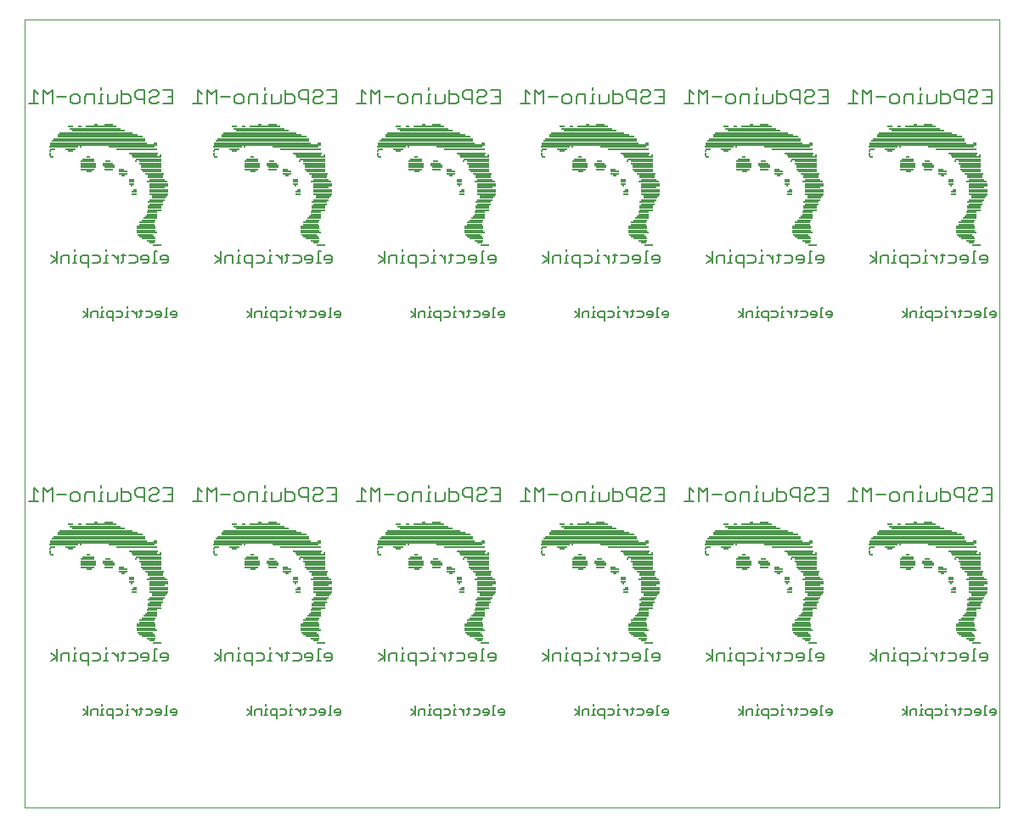
<source format=gbo>
G75*
G70*
%OFA0B0*%
%FSLAX25Y25*%
%IPPOS*%
%LPD*%
%AMOC8*
5,1,8,0,0,1.08239X$1,22.5*
%
%ADD10R,0.13600X0.00800*%
%ADD11R,0.00800X0.00800*%
%ADD14R,0.20000X0.00800*%
%ADD17R,0.16000X0.00800*%
%ADD21R,0.10400X0.00800*%
%ADD24R,0.36000X0.00800*%
%ADD25R,0.11200X0.00800*%
%ADD27R,0.06400X0.00800*%
%ADD30R,0.36800X0.00800*%
%ADD34R,0.03200X0.00800*%
%ADD35R,0.04000X0.00800*%
%ADD36R,0.18400X0.00800*%
%ADD37R,0.08000X0.00800*%
%ADD38R,0.20800X0.00800*%
%ADD42R,0.01600X0.00800*%
%ADD43R,0.05600X0.00800*%
%ADD45R,0.28800X0.00800*%
%ADD56R,0.02400X0.00800*%
%ADD58R,0.33600X0.00800*%
%ADD59R,0.42400X0.00800*%
%ADD60R,0.08800X0.00800*%
%ADD62R,0.12000X0.00800*%
%ADD67C,0.00800*%
%ADD68R,0.38400X0.00800*%
%ADD69R,0.07200X0.00800*%
%ADD74R,0.04800X0.00800*%
%ADD75R,0.31200X0.00800*%
X0010000Y0010000D02*
G75*
%LPD*%
D67*
X0033010Y0046130D02*
X0034860Y0047370D01*
X0033010Y0048600D01*
X0034860Y0049840D02*
X0034860Y0046130D01*
X0036080Y0046130D02*
X0036080Y0047990D01*
X0036690Y0048600D01*
X0038550Y0048600D01*
X0038550Y0046130D01*
X0039770Y0046130D02*
X0041000Y0046130D01*
X0040380Y0046130D02*
X0040380Y0048600D01*
X0041000Y0048600D01*
X0042220Y0047990D02*
X0042220Y0046750D01*
X0042830Y0046130D01*
X0044680Y0046130D01*
X0044680Y0044900D02*
X0044680Y0048600D01*
X0042830Y0048600D01*
X0042220Y0047990D01*
X0040380Y0049840D02*
X0040380Y0050450D01*
X0045900Y0048600D02*
X0047750Y0048600D01*
X0048370Y0047990D01*
X0048370Y0046750D01*
X0047750Y0046130D01*
X0045900Y0046130D01*
X0049590Y0046130D02*
X0050820Y0046130D01*
X0050210Y0046130D02*
X0050210Y0048600D01*
X0050820Y0048600D01*
X0050210Y0049840D02*
X0050210Y0050450D01*
X0052040Y0048600D02*
X0052660Y0048600D01*
X0053890Y0047370D01*
X0053890Y0048600D02*
X0053890Y0046130D01*
X0055110Y0046130D02*
X0055730Y0046750D01*
X0055730Y0049220D01*
X0056350Y0048600D02*
X0055110Y0048600D01*
X0057560Y0048600D02*
X0059410Y0048600D01*
X0060030Y0047990D01*
X0060030Y0046750D01*
X0059410Y0046130D01*
X0057560Y0046130D01*
X0061250Y0047370D02*
X0063710Y0047370D01*
X0063710Y0047990D02*
X0063100Y0048600D01*
X0061860Y0048600D01*
X0061250Y0047990D01*
X0061250Y0047370D01*
X0061860Y0046130D02*
X0063100Y0046130D01*
X0063710Y0046750D01*
X0063710Y0047990D01*
X0064940Y0046130D02*
X0066170Y0046130D01*
X0065550Y0046130D02*
X0065550Y0049840D01*
X0066170Y0049840D01*
X0068000Y0048600D02*
X0067380Y0047990D01*
X0067380Y0047370D01*
X0069850Y0047370D01*
X0069850Y0047990D02*
X0069240Y0048600D01*
X0068000Y0048600D01*
X0068000Y0046130D02*
X0069240Y0046130D01*
X0069850Y0046750D01*
X0069850Y0047990D01*
D67*
X0068020Y0130130D02*
X0064410Y0130130D01*
X0062580Y0131030D02*
X0061680Y0130130D01*
X0059880Y0130130D01*
X0058980Y0131030D01*
X0058980Y0131940D01*
X0059880Y0132840D01*
X0061680Y0132840D01*
X0062580Y0133740D01*
X0062580Y0134640D01*
X0061680Y0135540D01*
X0059880Y0135540D01*
X0058980Y0134640D01*
X0057150Y0135540D02*
X0057150Y0130130D01*
X0057150Y0131940D02*
X0054440Y0131940D01*
X0053540Y0132840D01*
X0053540Y0134640D01*
X0054440Y0135540D01*
X0057150Y0135540D01*
X0051710Y0132840D02*
X0051710Y0131030D01*
X0050810Y0130130D01*
X0048100Y0130130D01*
X0048100Y0135540D01*
X0048100Y0133740D02*
X0050810Y0133740D01*
X0051710Y0132840D01*
X0046270Y0133740D02*
X0046270Y0131030D01*
X0045370Y0130130D01*
X0042660Y0130130D01*
X0042660Y0133740D01*
X0040830Y0133740D02*
X0039930Y0133740D01*
X0039930Y0130130D01*
X0040830Y0130130D02*
X0039030Y0130130D01*
X0037210Y0130130D02*
X0037210Y0133740D01*
X0034500Y0133740D01*
X0033600Y0132840D01*
X0033600Y0130130D01*
X0031770Y0131030D02*
X0030870Y0130130D01*
X0029060Y0130130D01*
X0028160Y0131030D01*
X0028160Y0132840D01*
X0029060Y0133740D01*
X0030870Y0133740D01*
X0031770Y0132840D01*
X0031770Y0131030D01*
X0026330Y0132840D02*
X0022720Y0132840D01*
X0020890Y0135540D02*
X0019090Y0133740D01*
X0017290Y0135540D01*
X0017290Y0130130D01*
X0015460Y0130130D02*
X0011850Y0130130D01*
X0013650Y0130130D02*
X0013650Y0135540D01*
X0015460Y0133740D01*
X0020890Y0135540D02*
X0020890Y0130130D01*
X0039930Y0135540D02*
X0039930Y0136440D01*
X0064410Y0135540D02*
X0068020Y0135540D01*
X0068020Y0130130D01*
X0068020Y0132840D02*
X0066220Y0132840D01*
D34*
X0048600Y0103440D03*
X0048600Y0102640D03*
X0043000Y0104240D03*
X0043000Y0121840D03*
X0059800Y0076240D03*
X0062200Y0074640D03*
D56*
X0060200Y0075440D03*
X0053000Y0094640D03*
X0053000Y0095440D03*
X0052200Y0098640D03*
X0052200Y0099440D03*
X0052200Y0100240D03*
X0048200Y0104240D03*
X0042600Y0107440D03*
X0035400Y0103440D03*
X0028200Y0111440D03*
X0028200Y0121040D03*
X0021000Y0112240D03*
D43*
X0034600Y0107440D03*
X0034600Y0104240D03*
X0058600Y0084240D03*
X0059400Y0085040D03*
X0061000Y0088240D03*
X0061000Y0089040D03*
X0061000Y0089840D03*
X0061800Y0090640D03*
X0062600Y0093040D03*
X0058600Y0077040D03*
D27*
X0058200Y0077840D03*
X0057400Y0078640D03*
X0058200Y0082640D03*
X0058200Y0083440D03*
X0061400Y0091440D03*
X0062200Y0092240D03*
X0063000Y0093840D03*
X0062200Y0097040D03*
X0062200Y0100240D03*
X0061400Y0101040D03*
X0061400Y0101840D03*
X0035000Y0105040D03*
X0035000Y0105840D03*
X0035000Y0106640D03*
D37*
X0058200Y0079440D03*
X0062200Y0099440D03*
X0059800Y0104240D03*
X0059800Y0105040D03*
X0059800Y0105840D03*
D69*
X0060200Y0103440D03*
X0061000Y0102640D03*
X0062600Y0098640D03*
X0062600Y0097840D03*
X0062600Y0096240D03*
X0062600Y0095440D03*
X0062600Y0094640D03*
X0057800Y0081840D03*
X0057800Y0081040D03*
X0057800Y0080240D03*
D74*
X0059800Y0085840D03*
X0043000Y0105840D03*
X0035000Y0108240D03*
D35*
X0028200Y0112240D03*
X0042600Y0106640D03*
X0043400Y0105040D03*
X0060200Y0087440D03*
X0060200Y0086640D03*
D42*
X0053400Y0096240D03*
X0048600Y0101840D03*
X0038200Y0121840D03*
X0035000Y0109040D03*
X0031800Y0121040D03*
X0020600Y0109040D03*
X0061400Y0114640D03*
D11*
X0063400Y0109840D03*
X0053800Y0107440D03*
X0052200Y0097840D03*
X0032200Y0113040D03*
X0020200Y0111440D03*
X0020200Y0110640D03*
X0020200Y0109840D03*
D60*
X0059400Y0107440D03*
X0059400Y0106640D03*
D21*
X0058600Y0108240D03*
X0057000Y0109840D03*
D25*
X0056600Y0110640D03*
X0058200Y0109040D03*
X0025400Y0113040D03*
D10*
X0054600Y0111440D03*
D17*
X0054200Y0112240D03*
D36*
X0052200Y0113040D03*
D59*
X0041000Y0113840D03*
D68*
X0039000Y0114640D03*
D30*
X0039000Y0115440D03*
D24*
X0039400Y0116240D03*
D58*
X0039800Y0117040D03*
D75*
X0038600Y0117840D03*
D45*
X0038200Y0118640D03*
D38*
X0039000Y0119440D03*
D14*
X0037800Y0120240D03*
D62*
X0040200Y0121040D03*
D67*
X0022760Y0069020D02*
X0020460Y0067480D01*
X0022760Y0069020D02*
X0020460Y0070550D01*
X0022760Y0072090D02*
X0022760Y0067480D01*
X0024290Y0067480D02*
X0024290Y0069790D01*
X0025060Y0070550D01*
X0027360Y0070550D01*
X0027360Y0067480D01*
X0028900Y0067480D02*
X0030430Y0067480D01*
X0029660Y0067480D02*
X0029660Y0070550D01*
X0030430Y0070550D01*
X0029660Y0072090D02*
X0029660Y0072850D01*
X0031970Y0069790D02*
X0031970Y0068250D01*
X0032730Y0067480D01*
X0035040Y0067480D01*
X0035040Y0065950D02*
X0035040Y0070550D01*
X0032730Y0070550D01*
X0031970Y0069790D01*
X0036570Y0070550D02*
X0038870Y0070550D01*
X0039640Y0069790D01*
X0039640Y0068250D01*
X0038870Y0067480D01*
X0036570Y0067480D01*
X0041170Y0067480D02*
X0042710Y0067480D01*
X0041940Y0067480D02*
X0041940Y0070550D01*
X0042710Y0070550D01*
X0041940Y0072090D02*
X0041940Y0072850D01*
X0044240Y0070550D02*
X0045010Y0070550D01*
X0046550Y0069020D01*
X0046550Y0070550D02*
X0046550Y0067480D01*
X0048080Y0067480D02*
X0048850Y0068250D01*
X0048850Y0071320D01*
X0049610Y0070550D02*
X0048080Y0070550D01*
X0051150Y0070550D02*
X0053450Y0070550D01*
X0054220Y0069790D01*
X0054220Y0068250D01*
X0053450Y0067480D01*
X0051150Y0067480D01*
X0055750Y0069020D02*
X0058820Y0069020D01*
X0058820Y0068250D02*
X0058820Y0069790D01*
X0058060Y0070550D01*
X0056520Y0070550D01*
X0055750Y0069790D01*
X0055750Y0069020D01*
X0056520Y0067480D02*
X0058060Y0067480D01*
X0058820Y0068250D01*
X0060360Y0067480D02*
X0061890Y0067480D01*
X0061120Y0067480D02*
X0061120Y0072090D01*
X0061890Y0072090D01*
X0064190Y0070550D02*
X0063430Y0069790D01*
X0063430Y0069020D01*
X0066500Y0069020D01*
X0066500Y0068250D02*
X0066500Y0069790D01*
X0065730Y0070550D01*
X0064190Y0070550D01*
X0064190Y0067480D02*
X0065730Y0067480D01*
X0066500Y0068250D01*
X0010000Y0166335D02*
G75*
%LPD*%
D67*
X0033010Y0202465D02*
X0034860Y0203705D01*
X0033010Y0204935D01*
X0034860Y0206175D02*
X0034860Y0202465D01*
X0036080Y0202465D02*
X0036080Y0204325D01*
X0036690Y0204935D01*
X0038550Y0204935D01*
X0038550Y0202465D01*
X0039770Y0202465D02*
X0041000Y0202465D01*
X0040380Y0202465D02*
X0040380Y0204935D01*
X0041000Y0204935D01*
X0042220Y0204325D02*
X0042220Y0203085D01*
X0042830Y0202465D01*
X0044680Y0202465D01*
X0044680Y0201235D02*
X0044680Y0204935D01*
X0042830Y0204935D01*
X0042220Y0204325D01*
X0040380Y0206175D02*
X0040380Y0206785D01*
X0045900Y0204935D02*
X0047750Y0204935D01*
X0048370Y0204325D01*
X0048370Y0203085D01*
X0047750Y0202465D01*
X0045900Y0202465D01*
X0049590Y0202465D02*
X0050820Y0202465D01*
X0050210Y0202465D02*
X0050210Y0204935D01*
X0050820Y0204935D01*
X0050210Y0206175D02*
X0050210Y0206785D01*
X0052040Y0204935D02*
X0052660Y0204935D01*
X0053890Y0203705D01*
X0053890Y0204935D02*
X0053890Y0202465D01*
X0055110Y0202465D02*
X0055730Y0203085D01*
X0055730Y0205555D01*
X0056350Y0204935D02*
X0055110Y0204935D01*
X0057560Y0204935D02*
X0059410Y0204935D01*
X0060030Y0204325D01*
X0060030Y0203085D01*
X0059410Y0202465D01*
X0057560Y0202465D01*
X0061250Y0203705D02*
X0063710Y0203705D01*
X0063710Y0204325D02*
X0063100Y0204935D01*
X0061860Y0204935D01*
X0061250Y0204325D01*
X0061250Y0203705D01*
X0061860Y0202465D02*
X0063100Y0202465D01*
X0063710Y0203085D01*
X0063710Y0204325D01*
X0064940Y0202465D02*
X0066170Y0202465D01*
X0065550Y0202465D02*
X0065550Y0206175D01*
X0066170Y0206175D01*
X0068000Y0204935D02*
X0067380Y0204325D01*
X0067380Y0203705D01*
X0069850Y0203705D01*
X0069850Y0204325D02*
X0069240Y0204935D01*
X0068000Y0204935D01*
X0068000Y0202465D02*
X0069240Y0202465D01*
X0069850Y0203085D01*
X0069850Y0204325D01*
D67*
X0068020Y0286465D02*
X0064410Y0286465D01*
X0062580Y0287365D02*
X0061680Y0286465D01*
X0059880Y0286465D01*
X0058980Y0287365D01*
X0058980Y0288275D01*
X0059880Y0289175D01*
X0061680Y0289175D01*
X0062580Y0290075D01*
X0062580Y0290975D01*
X0061680Y0291875D01*
X0059880Y0291875D01*
X0058980Y0290975D01*
X0057150Y0291875D02*
X0057150Y0286465D01*
X0057150Y0288275D02*
X0054440Y0288275D01*
X0053540Y0289175D01*
X0053540Y0290975D01*
X0054440Y0291875D01*
X0057150Y0291875D01*
X0051710Y0289175D02*
X0051710Y0287365D01*
X0050810Y0286465D01*
X0048100Y0286465D01*
X0048100Y0291875D01*
X0048100Y0290075D02*
X0050810Y0290075D01*
X0051710Y0289175D01*
X0046270Y0290075D02*
X0046270Y0287365D01*
X0045370Y0286465D01*
X0042660Y0286465D01*
X0042660Y0290075D01*
X0040830Y0290075D02*
X0039930Y0290075D01*
X0039930Y0286465D01*
X0040830Y0286465D02*
X0039030Y0286465D01*
X0037210Y0286465D02*
X0037210Y0290075D01*
X0034500Y0290075D01*
X0033600Y0289175D01*
X0033600Y0286465D01*
X0031770Y0287365D02*
X0030870Y0286465D01*
X0029060Y0286465D01*
X0028160Y0287365D01*
X0028160Y0289175D01*
X0029060Y0290075D01*
X0030870Y0290075D01*
X0031770Y0289175D01*
X0031770Y0287365D01*
X0026330Y0289175D02*
X0022720Y0289175D01*
X0020890Y0291875D02*
X0019090Y0290075D01*
X0017290Y0291875D01*
X0017290Y0286465D01*
X0015460Y0286465D02*
X0011850Y0286465D01*
X0013650Y0286465D02*
X0013650Y0291875D01*
X0015460Y0290075D01*
X0020890Y0291875D02*
X0020890Y0286465D01*
X0039930Y0291875D02*
X0039930Y0292775D01*
X0064410Y0291875D02*
X0068020Y0291875D01*
X0068020Y0286465D01*
X0068020Y0289175D02*
X0066220Y0289175D01*
D34*
X0048600Y0259775D03*
X0048600Y0258975D03*
X0043000Y0260575D03*
X0043000Y0278175D03*
X0059800Y0232575D03*
X0062200Y0230975D03*
D56*
X0060200Y0231775D03*
X0053000Y0250975D03*
X0053000Y0251775D03*
X0052200Y0254975D03*
X0052200Y0255775D03*
X0052200Y0256575D03*
X0048200Y0260575D03*
X0042600Y0263775D03*
X0035400Y0259775D03*
X0028200Y0267775D03*
X0028200Y0277375D03*
X0021000Y0268575D03*
D43*
X0034600Y0263775D03*
X0034600Y0260575D03*
X0058600Y0240575D03*
X0059400Y0241375D03*
X0061000Y0244575D03*
X0061000Y0245375D03*
X0061000Y0246175D03*
X0061800Y0246975D03*
X0062600Y0249375D03*
X0058600Y0233375D03*
D27*
X0058200Y0234175D03*
X0057400Y0234975D03*
X0058200Y0238975D03*
X0058200Y0239775D03*
X0061400Y0247775D03*
X0062200Y0248575D03*
X0063000Y0250175D03*
X0062200Y0253375D03*
X0062200Y0256575D03*
X0061400Y0257375D03*
X0061400Y0258175D03*
X0035000Y0261375D03*
X0035000Y0262175D03*
X0035000Y0262975D03*
D37*
X0058200Y0235775D03*
X0062200Y0255775D03*
X0059800Y0260575D03*
X0059800Y0261375D03*
X0059800Y0262175D03*
D69*
X0060200Y0259775D03*
X0061000Y0258975D03*
X0062600Y0254975D03*
X0062600Y0254175D03*
X0062600Y0252575D03*
X0062600Y0251775D03*
X0062600Y0250975D03*
X0057800Y0238175D03*
X0057800Y0237375D03*
X0057800Y0236575D03*
D74*
X0059800Y0242175D03*
X0043000Y0262175D03*
X0035000Y0264575D03*
D35*
X0028200Y0268575D03*
X0042600Y0262975D03*
X0043400Y0261375D03*
X0060200Y0243775D03*
X0060200Y0242975D03*
D42*
X0053400Y0252575D03*
X0048600Y0258175D03*
X0038200Y0278175D03*
X0035000Y0265375D03*
X0031800Y0277375D03*
X0020600Y0265375D03*
X0061400Y0270975D03*
D11*
X0063400Y0266175D03*
X0053800Y0263775D03*
X0052200Y0254175D03*
X0032200Y0269375D03*
X0020200Y0267775D03*
X0020200Y0266975D03*
X0020200Y0266175D03*
D60*
X0059400Y0263775D03*
X0059400Y0262975D03*
D21*
X0058600Y0264575D03*
X0057000Y0266175D03*
D25*
X0056600Y0266975D03*
X0058200Y0265375D03*
X0025400Y0269375D03*
D10*
X0054600Y0267775D03*
D17*
X0054200Y0268575D03*
D36*
X0052200Y0269375D03*
D59*
X0041000Y0270175D03*
D68*
X0039000Y0270975D03*
D30*
X0039000Y0271775D03*
D24*
X0039400Y0272575D03*
D58*
X0039800Y0273375D03*
D75*
X0038600Y0274175D03*
D45*
X0038200Y0274975D03*
D38*
X0039000Y0275775D03*
D14*
X0037800Y0276575D03*
D62*
X0040200Y0277375D03*
D67*
X0022760Y0225355D02*
X0020460Y0223815D01*
X0022760Y0225355D02*
X0020460Y0226885D01*
X0022760Y0228425D02*
X0022760Y0223815D01*
X0024290Y0223815D02*
X0024290Y0226125D01*
X0025060Y0226885D01*
X0027360Y0226885D01*
X0027360Y0223815D01*
X0028900Y0223815D02*
X0030430Y0223815D01*
X0029660Y0223815D02*
X0029660Y0226885D01*
X0030430Y0226885D01*
X0029660Y0228425D02*
X0029660Y0229185D01*
X0031970Y0226125D02*
X0031970Y0224585D01*
X0032730Y0223815D01*
X0035040Y0223815D01*
X0035040Y0222285D02*
X0035040Y0226885D01*
X0032730Y0226885D01*
X0031970Y0226125D01*
X0036570Y0226885D02*
X0038870Y0226885D01*
X0039640Y0226125D01*
X0039640Y0224585D01*
X0038870Y0223815D01*
X0036570Y0223815D01*
X0041170Y0223815D02*
X0042710Y0223815D01*
X0041940Y0223815D02*
X0041940Y0226885D01*
X0042710Y0226885D01*
X0041940Y0228425D02*
X0041940Y0229185D01*
X0044240Y0226885D02*
X0045010Y0226885D01*
X0046550Y0225355D01*
X0046550Y0226885D02*
X0046550Y0223815D01*
X0048080Y0223815D02*
X0048850Y0224585D01*
X0048850Y0227655D01*
X0049610Y0226885D02*
X0048080Y0226885D01*
X0051150Y0226885D02*
X0053450Y0226885D01*
X0054220Y0226125D01*
X0054220Y0224585D01*
X0053450Y0223815D01*
X0051150Y0223815D01*
X0055750Y0225355D02*
X0058820Y0225355D01*
X0058820Y0224585D02*
X0058820Y0226125D01*
X0058060Y0226885D01*
X0056520Y0226885D01*
X0055750Y0226125D01*
X0055750Y0225355D01*
X0056520Y0223815D02*
X0058060Y0223815D01*
X0058820Y0224585D01*
X0060360Y0223815D02*
X0061890Y0223815D01*
X0061120Y0223815D02*
X0061120Y0228425D01*
X0061890Y0228425D01*
X0064190Y0226885D02*
X0063430Y0226125D01*
X0063430Y0225355D01*
X0066500Y0225355D01*
X0066500Y0224585D02*
X0066500Y0226125D01*
X0065730Y0226885D01*
X0064190Y0226885D01*
X0064190Y0223815D02*
X0065730Y0223815D01*
X0066500Y0224585D01*
X0074325Y0010000D02*
G75*
%LPD*%
D67*
X0097335Y0046130D02*
X0099185Y0047370D01*
X0097335Y0048600D01*
X0099185Y0049840D02*
X0099185Y0046130D01*
X0100405Y0046130D02*
X0100405Y0047990D01*
X0101015Y0048600D01*
X0102875Y0048600D01*
X0102875Y0046130D01*
X0104095Y0046130D02*
X0105325Y0046130D01*
X0104705Y0046130D02*
X0104705Y0048600D01*
X0105325Y0048600D01*
X0106545Y0047990D02*
X0106545Y0046750D01*
X0107155Y0046130D01*
X0109005Y0046130D01*
X0109005Y0044900D02*
X0109005Y0048600D01*
X0107155Y0048600D01*
X0106545Y0047990D01*
X0104705Y0049840D02*
X0104705Y0050450D01*
X0110225Y0048600D02*
X0112075Y0048600D01*
X0112695Y0047990D01*
X0112695Y0046750D01*
X0112075Y0046130D01*
X0110225Y0046130D01*
X0113915Y0046130D02*
X0115145Y0046130D01*
X0114535Y0046130D02*
X0114535Y0048600D01*
X0115145Y0048600D01*
X0114535Y0049840D02*
X0114535Y0050450D01*
X0116365Y0048600D02*
X0116985Y0048600D01*
X0118215Y0047370D01*
X0118215Y0048600D02*
X0118215Y0046130D01*
X0119435Y0046130D02*
X0120055Y0046750D01*
X0120055Y0049220D01*
X0120675Y0048600D02*
X0119435Y0048600D01*
X0121885Y0048600D02*
X0123735Y0048600D01*
X0124355Y0047990D01*
X0124355Y0046750D01*
X0123735Y0046130D01*
X0121885Y0046130D01*
X0125575Y0047370D02*
X0128035Y0047370D01*
X0128035Y0047990D02*
X0127425Y0048600D01*
X0126185Y0048600D01*
X0125575Y0047990D01*
X0125575Y0047370D01*
X0126185Y0046130D02*
X0127425Y0046130D01*
X0128035Y0046750D01*
X0128035Y0047990D01*
X0129265Y0046130D02*
X0130495Y0046130D01*
X0129875Y0046130D02*
X0129875Y0049840D01*
X0130495Y0049840D01*
X0132325Y0048600D02*
X0131705Y0047990D01*
X0131705Y0047370D01*
X0134175Y0047370D01*
X0134175Y0047990D02*
X0133565Y0048600D01*
X0132325Y0048600D01*
X0132325Y0046130D02*
X0133565Y0046130D01*
X0134175Y0046750D01*
X0134175Y0047990D01*
D67*
X0132345Y0130130D02*
X0128735Y0130130D01*
X0126905Y0131030D02*
X0126005Y0130130D01*
X0124205Y0130130D01*
X0123305Y0131030D01*
X0123305Y0131940D01*
X0124205Y0132840D01*
X0126005Y0132840D01*
X0126905Y0133740D01*
X0126905Y0134640D01*
X0126005Y0135540D01*
X0124205Y0135540D01*
X0123305Y0134640D01*
X0121475Y0135540D02*
X0121475Y0130130D01*
X0121475Y0131940D02*
X0118765Y0131940D01*
X0117865Y0132840D01*
X0117865Y0134640D01*
X0118765Y0135540D01*
X0121475Y0135540D01*
X0116035Y0132840D02*
X0116035Y0131030D01*
X0115135Y0130130D01*
X0112425Y0130130D01*
X0112425Y0135540D01*
X0112425Y0133740D02*
X0115135Y0133740D01*
X0116035Y0132840D01*
X0110595Y0133740D02*
X0110595Y0131030D01*
X0109695Y0130130D01*
X0106985Y0130130D01*
X0106985Y0133740D01*
X0105155Y0133740D02*
X0104255Y0133740D01*
X0104255Y0130130D01*
X0105155Y0130130D02*
X0103355Y0130130D01*
X0101535Y0130130D02*
X0101535Y0133740D01*
X0098825Y0133740D01*
X0097925Y0132840D01*
X0097925Y0130130D01*
X0096095Y0131030D02*
X0095195Y0130130D01*
X0093385Y0130130D01*
X0092485Y0131030D01*
X0092485Y0132840D01*
X0093385Y0133740D01*
X0095195Y0133740D01*
X0096095Y0132840D01*
X0096095Y0131030D01*
X0090655Y0132840D02*
X0087045Y0132840D01*
X0085215Y0135540D02*
X0083415Y0133740D01*
X0081615Y0135540D01*
X0081615Y0130130D01*
X0079785Y0130130D02*
X0076175Y0130130D01*
X0077975Y0130130D02*
X0077975Y0135540D01*
X0079785Y0133740D01*
X0085215Y0135540D02*
X0085215Y0130130D01*
X0104255Y0135540D02*
X0104255Y0136440D01*
X0128735Y0135540D02*
X0132345Y0135540D01*
X0132345Y0130130D01*
X0132345Y0132840D02*
X0130545Y0132840D01*
D34*
X0112925Y0103440D03*
X0112925Y0102640D03*
X0107325Y0104240D03*
X0107325Y0121840D03*
X0124125Y0076240D03*
X0126525Y0074640D03*
D56*
X0124525Y0075440D03*
X0117325Y0094640D03*
X0117325Y0095440D03*
X0116525Y0098640D03*
X0116525Y0099440D03*
X0116525Y0100240D03*
X0112525Y0104240D03*
X0106925Y0107440D03*
X0099725Y0103440D03*
X0092525Y0111440D03*
X0092525Y0121040D03*
X0085325Y0112240D03*
D43*
X0098925Y0107440D03*
X0098925Y0104240D03*
X0122925Y0084240D03*
X0123725Y0085040D03*
X0125325Y0088240D03*
X0125325Y0089040D03*
X0125325Y0089840D03*
X0126125Y0090640D03*
X0126925Y0093040D03*
X0122925Y0077040D03*
D27*
X0122525Y0077840D03*
X0121725Y0078640D03*
X0122525Y0082640D03*
X0122525Y0083440D03*
X0125725Y0091440D03*
X0126525Y0092240D03*
X0127325Y0093840D03*
X0126525Y0097040D03*
X0126525Y0100240D03*
X0125725Y0101040D03*
X0125725Y0101840D03*
X0099325Y0105040D03*
X0099325Y0105840D03*
X0099325Y0106640D03*
D37*
X0122525Y0079440D03*
X0126525Y0099440D03*
X0124125Y0104240D03*
X0124125Y0105040D03*
X0124125Y0105840D03*
D69*
X0124525Y0103440D03*
X0125325Y0102640D03*
X0126925Y0098640D03*
X0126925Y0097840D03*
X0126925Y0096240D03*
X0126925Y0095440D03*
X0126925Y0094640D03*
X0122125Y0081840D03*
X0122125Y0081040D03*
X0122125Y0080240D03*
D74*
X0124125Y0085840D03*
X0107325Y0105840D03*
X0099325Y0108240D03*
D35*
X0092525Y0112240D03*
X0106925Y0106640D03*
X0107725Y0105040D03*
X0124525Y0087440D03*
X0124525Y0086640D03*
D42*
X0117725Y0096240D03*
X0112925Y0101840D03*
X0102525Y0121840D03*
X0099325Y0109040D03*
X0096125Y0121040D03*
X0084925Y0109040D03*
X0125725Y0114640D03*
D11*
X0127725Y0109840D03*
X0118125Y0107440D03*
X0116525Y0097840D03*
X0096525Y0113040D03*
X0084525Y0111440D03*
X0084525Y0110640D03*
X0084525Y0109840D03*
D60*
X0123725Y0107440D03*
X0123725Y0106640D03*
D21*
X0122925Y0108240D03*
X0121325Y0109840D03*
D25*
X0120925Y0110640D03*
X0122525Y0109040D03*
X0089725Y0113040D03*
D10*
X0118925Y0111440D03*
D17*
X0118525Y0112240D03*
D36*
X0116525Y0113040D03*
D59*
X0105325Y0113840D03*
D68*
X0103325Y0114640D03*
D30*
X0103325Y0115440D03*
D24*
X0103725Y0116240D03*
D58*
X0104125Y0117040D03*
D75*
X0102925Y0117840D03*
D45*
X0102525Y0118640D03*
D38*
X0103325Y0119440D03*
D14*
X0102125Y0120240D03*
D62*
X0104525Y0121040D03*
D67*
X0087085Y0069020D02*
X0084785Y0067480D01*
X0087085Y0069020D02*
X0084785Y0070550D01*
X0087085Y0072090D02*
X0087085Y0067480D01*
X0088615Y0067480D02*
X0088615Y0069790D01*
X0089385Y0070550D01*
X0091685Y0070550D01*
X0091685Y0067480D01*
X0093225Y0067480D02*
X0094755Y0067480D01*
X0093985Y0067480D02*
X0093985Y0070550D01*
X0094755Y0070550D01*
X0093985Y0072090D02*
X0093985Y0072850D01*
X0096295Y0069790D02*
X0096295Y0068250D01*
X0097055Y0067480D01*
X0099365Y0067480D01*
X0099365Y0065950D02*
X0099365Y0070550D01*
X0097055Y0070550D01*
X0096295Y0069790D01*
X0100895Y0070550D02*
X0103195Y0070550D01*
X0103965Y0069790D01*
X0103965Y0068250D01*
X0103195Y0067480D01*
X0100895Y0067480D01*
X0105495Y0067480D02*
X0107035Y0067480D01*
X0106265Y0067480D02*
X0106265Y0070550D01*
X0107035Y0070550D01*
X0106265Y0072090D02*
X0106265Y0072850D01*
X0108565Y0070550D02*
X0109335Y0070550D01*
X0110875Y0069020D01*
X0110875Y0070550D02*
X0110875Y0067480D01*
X0112405Y0067480D02*
X0113175Y0068250D01*
X0113175Y0071320D01*
X0113935Y0070550D02*
X0112405Y0070550D01*
X0115475Y0070550D02*
X0117775Y0070550D01*
X0118545Y0069790D01*
X0118545Y0068250D01*
X0117775Y0067480D01*
X0115475Y0067480D01*
X0120075Y0069020D02*
X0123145Y0069020D01*
X0123145Y0068250D02*
X0123145Y0069790D01*
X0122385Y0070550D01*
X0120845Y0070550D01*
X0120075Y0069790D01*
X0120075Y0069020D01*
X0120845Y0067480D02*
X0122385Y0067480D01*
X0123145Y0068250D01*
X0124685Y0067480D02*
X0126215Y0067480D01*
X0125445Y0067480D02*
X0125445Y0072090D01*
X0126215Y0072090D01*
X0128515Y0070550D02*
X0127755Y0069790D01*
X0127755Y0069020D01*
X0130825Y0069020D01*
X0130825Y0068250D02*
X0130825Y0069790D01*
X0130055Y0070550D01*
X0128515Y0070550D01*
X0128515Y0067480D02*
X0130055Y0067480D01*
X0130825Y0068250D01*
X0074325Y0166335D02*
G75*
%LPD*%
D67*
X0097335Y0202465D02*
X0099185Y0203705D01*
X0097335Y0204935D01*
X0099185Y0206175D02*
X0099185Y0202465D01*
X0100405Y0202465D02*
X0100405Y0204325D01*
X0101015Y0204935D01*
X0102875Y0204935D01*
X0102875Y0202465D01*
X0104095Y0202465D02*
X0105325Y0202465D01*
X0104705Y0202465D02*
X0104705Y0204935D01*
X0105325Y0204935D01*
X0106545Y0204325D02*
X0106545Y0203085D01*
X0107155Y0202465D01*
X0109005Y0202465D01*
X0109005Y0201235D02*
X0109005Y0204935D01*
X0107155Y0204935D01*
X0106545Y0204325D01*
X0104705Y0206175D02*
X0104705Y0206785D01*
X0110225Y0204935D02*
X0112075Y0204935D01*
X0112695Y0204325D01*
X0112695Y0203085D01*
X0112075Y0202465D01*
X0110225Y0202465D01*
X0113915Y0202465D02*
X0115145Y0202465D01*
X0114535Y0202465D02*
X0114535Y0204935D01*
X0115145Y0204935D01*
X0114535Y0206175D02*
X0114535Y0206785D01*
X0116365Y0204935D02*
X0116985Y0204935D01*
X0118215Y0203705D01*
X0118215Y0204935D02*
X0118215Y0202465D01*
X0119435Y0202465D02*
X0120055Y0203085D01*
X0120055Y0205555D01*
X0120675Y0204935D02*
X0119435Y0204935D01*
X0121885Y0204935D02*
X0123735Y0204935D01*
X0124355Y0204325D01*
X0124355Y0203085D01*
X0123735Y0202465D01*
X0121885Y0202465D01*
X0125575Y0203705D02*
X0128035Y0203705D01*
X0128035Y0204325D02*
X0127425Y0204935D01*
X0126185Y0204935D01*
X0125575Y0204325D01*
X0125575Y0203705D01*
X0126185Y0202465D02*
X0127425Y0202465D01*
X0128035Y0203085D01*
X0128035Y0204325D01*
X0129265Y0202465D02*
X0130495Y0202465D01*
X0129875Y0202465D02*
X0129875Y0206175D01*
X0130495Y0206175D01*
X0132325Y0204935D02*
X0131705Y0204325D01*
X0131705Y0203705D01*
X0134175Y0203705D01*
X0134175Y0204325D02*
X0133565Y0204935D01*
X0132325Y0204935D01*
X0132325Y0202465D02*
X0133565Y0202465D01*
X0134175Y0203085D01*
X0134175Y0204325D01*
D67*
X0132345Y0286465D02*
X0128735Y0286465D01*
X0126905Y0287365D02*
X0126005Y0286465D01*
X0124205Y0286465D01*
X0123305Y0287365D01*
X0123305Y0288275D01*
X0124205Y0289175D01*
X0126005Y0289175D01*
X0126905Y0290075D01*
X0126905Y0290975D01*
X0126005Y0291875D01*
X0124205Y0291875D01*
X0123305Y0290975D01*
X0121475Y0291875D02*
X0121475Y0286465D01*
X0121475Y0288275D02*
X0118765Y0288275D01*
X0117865Y0289175D01*
X0117865Y0290975D01*
X0118765Y0291875D01*
X0121475Y0291875D01*
X0116035Y0289175D02*
X0116035Y0287365D01*
X0115135Y0286465D01*
X0112425Y0286465D01*
X0112425Y0291875D01*
X0112425Y0290075D02*
X0115135Y0290075D01*
X0116035Y0289175D01*
X0110595Y0290075D02*
X0110595Y0287365D01*
X0109695Y0286465D01*
X0106985Y0286465D01*
X0106985Y0290075D01*
X0105155Y0290075D02*
X0104255Y0290075D01*
X0104255Y0286465D01*
X0105155Y0286465D02*
X0103355Y0286465D01*
X0101535Y0286465D02*
X0101535Y0290075D01*
X0098825Y0290075D01*
X0097925Y0289175D01*
X0097925Y0286465D01*
X0096095Y0287365D02*
X0095195Y0286465D01*
X0093385Y0286465D01*
X0092485Y0287365D01*
X0092485Y0289175D01*
X0093385Y0290075D01*
X0095195Y0290075D01*
X0096095Y0289175D01*
X0096095Y0287365D01*
X0090655Y0289175D02*
X0087045Y0289175D01*
X0085215Y0291875D02*
X0083415Y0290075D01*
X0081615Y0291875D01*
X0081615Y0286465D01*
X0079785Y0286465D02*
X0076175Y0286465D01*
X0077975Y0286465D02*
X0077975Y0291875D01*
X0079785Y0290075D01*
X0085215Y0291875D02*
X0085215Y0286465D01*
X0104255Y0291875D02*
X0104255Y0292775D01*
X0128735Y0291875D02*
X0132345Y0291875D01*
X0132345Y0286465D01*
X0132345Y0289175D02*
X0130545Y0289175D01*
D34*
X0112925Y0259775D03*
X0112925Y0258975D03*
X0107325Y0260575D03*
X0107325Y0278175D03*
X0124125Y0232575D03*
X0126525Y0230975D03*
D56*
X0124525Y0231775D03*
X0117325Y0250975D03*
X0117325Y0251775D03*
X0116525Y0254975D03*
X0116525Y0255775D03*
X0116525Y0256575D03*
X0112525Y0260575D03*
X0106925Y0263775D03*
X0099725Y0259775D03*
X0092525Y0267775D03*
X0092525Y0277375D03*
X0085325Y0268575D03*
D43*
X0098925Y0263775D03*
X0098925Y0260575D03*
X0122925Y0240575D03*
X0123725Y0241375D03*
X0125325Y0244575D03*
X0125325Y0245375D03*
X0125325Y0246175D03*
X0126125Y0246975D03*
X0126925Y0249375D03*
X0122925Y0233375D03*
D27*
X0122525Y0234175D03*
X0121725Y0234975D03*
X0122525Y0238975D03*
X0122525Y0239775D03*
X0125725Y0247775D03*
X0126525Y0248575D03*
X0127325Y0250175D03*
X0126525Y0253375D03*
X0126525Y0256575D03*
X0125725Y0257375D03*
X0125725Y0258175D03*
X0099325Y0261375D03*
X0099325Y0262175D03*
X0099325Y0262975D03*
D37*
X0122525Y0235775D03*
X0126525Y0255775D03*
X0124125Y0260575D03*
X0124125Y0261375D03*
X0124125Y0262175D03*
D69*
X0124525Y0259775D03*
X0125325Y0258975D03*
X0126925Y0254975D03*
X0126925Y0254175D03*
X0126925Y0252575D03*
X0126925Y0251775D03*
X0126925Y0250975D03*
X0122125Y0238175D03*
X0122125Y0237375D03*
X0122125Y0236575D03*
D74*
X0124125Y0242175D03*
X0107325Y0262175D03*
X0099325Y0264575D03*
D35*
X0092525Y0268575D03*
X0106925Y0262975D03*
X0107725Y0261375D03*
X0124525Y0243775D03*
X0124525Y0242975D03*
D42*
X0117725Y0252575D03*
X0112925Y0258175D03*
X0102525Y0278175D03*
X0099325Y0265375D03*
X0096125Y0277375D03*
X0084925Y0265375D03*
X0125725Y0270975D03*
D11*
X0127725Y0266175D03*
X0118125Y0263775D03*
X0116525Y0254175D03*
X0096525Y0269375D03*
X0084525Y0267775D03*
X0084525Y0266975D03*
X0084525Y0266175D03*
D60*
X0123725Y0263775D03*
X0123725Y0262975D03*
D21*
X0122925Y0264575D03*
X0121325Y0266175D03*
D25*
X0120925Y0266975D03*
X0122525Y0265375D03*
X0089725Y0269375D03*
D10*
X0118925Y0267775D03*
D17*
X0118525Y0268575D03*
D36*
X0116525Y0269375D03*
D59*
X0105325Y0270175D03*
D68*
X0103325Y0270975D03*
D30*
X0103325Y0271775D03*
D24*
X0103725Y0272575D03*
D58*
X0104125Y0273375D03*
D75*
X0102925Y0274175D03*
D45*
X0102525Y0274975D03*
D38*
X0103325Y0275775D03*
D14*
X0102125Y0276575D03*
D62*
X0104525Y0277375D03*
D67*
X0087085Y0225355D02*
X0084785Y0223815D01*
X0087085Y0225355D02*
X0084785Y0226885D01*
X0087085Y0228425D02*
X0087085Y0223815D01*
X0088615Y0223815D02*
X0088615Y0226125D01*
X0089385Y0226885D01*
X0091685Y0226885D01*
X0091685Y0223815D01*
X0093225Y0223815D02*
X0094755Y0223815D01*
X0093985Y0223815D02*
X0093985Y0226885D01*
X0094755Y0226885D01*
X0093985Y0228425D02*
X0093985Y0229185D01*
X0096295Y0226125D02*
X0096295Y0224585D01*
X0097055Y0223815D01*
X0099365Y0223815D01*
X0099365Y0222285D02*
X0099365Y0226885D01*
X0097055Y0226885D01*
X0096295Y0226125D01*
X0100895Y0226885D02*
X0103195Y0226885D01*
X0103965Y0226125D01*
X0103965Y0224585D01*
X0103195Y0223815D01*
X0100895Y0223815D01*
X0105495Y0223815D02*
X0107035Y0223815D01*
X0106265Y0223815D02*
X0106265Y0226885D01*
X0107035Y0226885D01*
X0106265Y0228425D02*
X0106265Y0229185D01*
X0108565Y0226885D02*
X0109335Y0226885D01*
X0110875Y0225355D01*
X0110875Y0226885D02*
X0110875Y0223815D01*
X0112405Y0223815D02*
X0113175Y0224585D01*
X0113175Y0227655D01*
X0113935Y0226885D02*
X0112405Y0226885D01*
X0115475Y0226885D02*
X0117775Y0226885D01*
X0118545Y0226125D01*
X0118545Y0224585D01*
X0117775Y0223815D01*
X0115475Y0223815D01*
X0120075Y0225355D02*
X0123145Y0225355D01*
X0123145Y0224585D02*
X0123145Y0226125D01*
X0122385Y0226885D01*
X0120845Y0226885D01*
X0120075Y0226125D01*
X0120075Y0225355D01*
X0120845Y0223815D02*
X0122385Y0223815D01*
X0123145Y0224585D01*
X0124685Y0223815D02*
X0126215Y0223815D01*
X0125445Y0223815D02*
X0125445Y0228425D01*
X0126215Y0228425D01*
X0128515Y0226885D02*
X0127755Y0226125D01*
X0127755Y0225355D01*
X0130825Y0225355D01*
X0130825Y0224585D02*
X0130825Y0226125D01*
X0130055Y0226885D01*
X0128515Y0226885D01*
X0128515Y0223815D02*
X0130055Y0223815D01*
X0130825Y0224585D01*
X0138650Y0010000D02*
G75*
%LPD*%
D67*
X0161660Y0046130D02*
X0163510Y0047370D01*
X0161660Y0048600D01*
X0163510Y0049840D02*
X0163510Y0046130D01*
X0164730Y0046130D02*
X0164730Y0047990D01*
X0165340Y0048600D01*
X0167200Y0048600D01*
X0167200Y0046130D01*
X0168420Y0046130D02*
X0169650Y0046130D01*
X0169030Y0046130D02*
X0169030Y0048600D01*
X0169650Y0048600D01*
X0170870Y0047990D02*
X0170870Y0046750D01*
X0171480Y0046130D01*
X0173330Y0046130D01*
X0173330Y0044900D02*
X0173330Y0048600D01*
X0171480Y0048600D01*
X0170870Y0047990D01*
X0169030Y0049840D02*
X0169030Y0050450D01*
X0174550Y0048600D02*
X0176400Y0048600D01*
X0177020Y0047990D01*
X0177020Y0046750D01*
X0176400Y0046130D01*
X0174550Y0046130D01*
X0178240Y0046130D02*
X0179470Y0046130D01*
X0178860Y0046130D02*
X0178860Y0048600D01*
X0179470Y0048600D01*
X0178860Y0049840D02*
X0178860Y0050450D01*
X0180690Y0048600D02*
X0181310Y0048600D01*
X0182540Y0047370D01*
X0182540Y0048600D02*
X0182540Y0046130D01*
X0183760Y0046130D02*
X0184380Y0046750D01*
X0184380Y0049220D01*
X0185000Y0048600D02*
X0183760Y0048600D01*
X0186210Y0048600D02*
X0188060Y0048600D01*
X0188680Y0047990D01*
X0188680Y0046750D01*
X0188060Y0046130D01*
X0186210Y0046130D01*
X0189900Y0047370D02*
X0192360Y0047370D01*
X0192360Y0047990D02*
X0191750Y0048600D01*
X0190510Y0048600D01*
X0189900Y0047990D01*
X0189900Y0047370D01*
X0190510Y0046130D02*
X0191750Y0046130D01*
X0192360Y0046750D01*
X0192360Y0047990D01*
X0193590Y0046130D02*
X0194820Y0046130D01*
X0194200Y0046130D02*
X0194200Y0049840D01*
X0194820Y0049840D01*
X0196650Y0048600D02*
X0196030Y0047990D01*
X0196030Y0047370D01*
X0198500Y0047370D01*
X0198500Y0047990D02*
X0197890Y0048600D01*
X0196650Y0048600D01*
X0196650Y0046130D02*
X0197890Y0046130D01*
X0198500Y0046750D01*
X0198500Y0047990D01*
D67*
X0196670Y0130130D02*
X0193060Y0130130D01*
X0191230Y0131030D02*
X0190330Y0130130D01*
X0188530Y0130130D01*
X0187630Y0131030D01*
X0187630Y0131940D01*
X0188530Y0132840D01*
X0190330Y0132840D01*
X0191230Y0133740D01*
X0191230Y0134640D01*
X0190330Y0135540D01*
X0188530Y0135540D01*
X0187630Y0134640D01*
X0185800Y0135540D02*
X0185800Y0130130D01*
X0185800Y0131940D02*
X0183090Y0131940D01*
X0182190Y0132840D01*
X0182190Y0134640D01*
X0183090Y0135540D01*
X0185800Y0135540D01*
X0180360Y0132840D02*
X0180360Y0131030D01*
X0179460Y0130130D01*
X0176750Y0130130D01*
X0176750Y0135540D01*
X0176750Y0133740D02*
X0179460Y0133740D01*
X0180360Y0132840D01*
X0174920Y0133740D02*
X0174920Y0131030D01*
X0174020Y0130130D01*
X0171310Y0130130D01*
X0171310Y0133740D01*
X0169480Y0133740D02*
X0168580Y0133740D01*
X0168580Y0130130D01*
X0169480Y0130130D02*
X0167680Y0130130D01*
X0165860Y0130130D02*
X0165860Y0133740D01*
X0163150Y0133740D01*
X0162250Y0132840D01*
X0162250Y0130130D01*
X0160420Y0131030D02*
X0159520Y0130130D01*
X0157710Y0130130D01*
X0156810Y0131030D01*
X0156810Y0132840D01*
X0157710Y0133740D01*
X0159520Y0133740D01*
X0160420Y0132840D01*
X0160420Y0131030D01*
X0154980Y0132840D02*
X0151370Y0132840D01*
X0149540Y0135540D02*
X0147740Y0133740D01*
X0145940Y0135540D01*
X0145940Y0130130D01*
X0144110Y0130130D02*
X0140500Y0130130D01*
X0142300Y0130130D02*
X0142300Y0135540D01*
X0144110Y0133740D01*
X0149540Y0135540D02*
X0149540Y0130130D01*
X0168580Y0135540D02*
X0168580Y0136440D01*
X0193060Y0135540D02*
X0196670Y0135540D01*
X0196670Y0130130D01*
X0196670Y0132840D02*
X0194870Y0132840D01*
D34*
X0177250Y0103440D03*
X0177250Y0102640D03*
X0171650Y0104240D03*
X0171650Y0121840D03*
X0188450Y0076240D03*
X0190850Y0074640D03*
D56*
X0188850Y0075440D03*
X0181650Y0094640D03*
X0181650Y0095440D03*
X0180850Y0098640D03*
X0180850Y0099440D03*
X0180850Y0100240D03*
X0176850Y0104240D03*
X0171250Y0107440D03*
X0164050Y0103440D03*
X0156850Y0111440D03*
X0156850Y0121040D03*
X0149650Y0112240D03*
D43*
X0163250Y0107440D03*
X0163250Y0104240D03*
X0187250Y0084240D03*
X0188050Y0085040D03*
X0189650Y0088240D03*
X0189650Y0089040D03*
X0189650Y0089840D03*
X0190450Y0090640D03*
X0191250Y0093040D03*
X0187250Y0077040D03*
D27*
X0186850Y0077840D03*
X0186050Y0078640D03*
X0186850Y0082640D03*
X0186850Y0083440D03*
X0190050Y0091440D03*
X0190850Y0092240D03*
X0191650Y0093840D03*
X0190850Y0097040D03*
X0190850Y0100240D03*
X0190050Y0101040D03*
X0190050Y0101840D03*
X0163650Y0105040D03*
X0163650Y0105840D03*
X0163650Y0106640D03*
D37*
X0186850Y0079440D03*
X0190850Y0099440D03*
X0188450Y0104240D03*
X0188450Y0105040D03*
X0188450Y0105840D03*
D69*
X0188850Y0103440D03*
X0189650Y0102640D03*
X0191250Y0098640D03*
X0191250Y0097840D03*
X0191250Y0096240D03*
X0191250Y0095440D03*
X0191250Y0094640D03*
X0186450Y0081840D03*
X0186450Y0081040D03*
X0186450Y0080240D03*
D74*
X0188450Y0085840D03*
X0171650Y0105840D03*
X0163650Y0108240D03*
D35*
X0156850Y0112240D03*
X0171250Y0106640D03*
X0172050Y0105040D03*
X0188850Y0087440D03*
X0188850Y0086640D03*
D42*
X0182050Y0096240D03*
X0177250Y0101840D03*
X0166850Y0121840D03*
X0163650Y0109040D03*
X0160450Y0121040D03*
X0149250Y0109040D03*
X0190050Y0114640D03*
D11*
X0192050Y0109840D03*
X0182450Y0107440D03*
X0180850Y0097840D03*
X0160850Y0113040D03*
X0148850Y0111440D03*
X0148850Y0110640D03*
X0148850Y0109840D03*
D60*
X0188050Y0107440D03*
X0188050Y0106640D03*
D21*
X0187250Y0108240D03*
X0185650Y0109840D03*
D25*
X0185250Y0110640D03*
X0186850Y0109040D03*
X0154050Y0113040D03*
D10*
X0183250Y0111440D03*
D17*
X0182850Y0112240D03*
D36*
X0180850Y0113040D03*
D59*
X0169650Y0113840D03*
D68*
X0167650Y0114640D03*
D30*
X0167650Y0115440D03*
D24*
X0168050Y0116240D03*
D58*
X0168450Y0117040D03*
D75*
X0167250Y0117840D03*
D45*
X0166850Y0118640D03*
D38*
X0167650Y0119440D03*
D14*
X0166450Y0120240D03*
D62*
X0168850Y0121040D03*
D67*
X0151410Y0069020D02*
X0149110Y0067480D01*
X0151410Y0069020D02*
X0149110Y0070550D01*
X0151410Y0072090D02*
X0151410Y0067480D01*
X0152940Y0067480D02*
X0152940Y0069790D01*
X0153710Y0070550D01*
X0156010Y0070550D01*
X0156010Y0067480D01*
X0157550Y0067480D02*
X0159080Y0067480D01*
X0158310Y0067480D02*
X0158310Y0070550D01*
X0159080Y0070550D01*
X0158310Y0072090D02*
X0158310Y0072850D01*
X0160620Y0069790D02*
X0160620Y0068250D01*
X0161380Y0067480D01*
X0163690Y0067480D01*
X0163690Y0065950D02*
X0163690Y0070550D01*
X0161380Y0070550D01*
X0160620Y0069790D01*
X0165220Y0070550D02*
X0167520Y0070550D01*
X0168290Y0069790D01*
X0168290Y0068250D01*
X0167520Y0067480D01*
X0165220Y0067480D01*
X0169820Y0067480D02*
X0171360Y0067480D01*
X0170590Y0067480D02*
X0170590Y0070550D01*
X0171360Y0070550D01*
X0170590Y0072090D02*
X0170590Y0072850D01*
X0172890Y0070550D02*
X0173660Y0070550D01*
X0175200Y0069020D01*
X0175200Y0070550D02*
X0175200Y0067480D01*
X0176730Y0067480D02*
X0177500Y0068250D01*
X0177500Y0071320D01*
X0178260Y0070550D02*
X0176730Y0070550D01*
X0179800Y0070550D02*
X0182100Y0070550D01*
X0182870Y0069790D01*
X0182870Y0068250D01*
X0182100Y0067480D01*
X0179800Y0067480D01*
X0184400Y0069020D02*
X0187470Y0069020D01*
X0187470Y0068250D02*
X0187470Y0069790D01*
X0186710Y0070550D01*
X0185170Y0070550D01*
X0184400Y0069790D01*
X0184400Y0069020D01*
X0185170Y0067480D02*
X0186710Y0067480D01*
X0187470Y0068250D01*
X0189010Y0067480D02*
X0190540Y0067480D01*
X0189770Y0067480D02*
X0189770Y0072090D01*
X0190540Y0072090D01*
X0192840Y0070550D02*
X0192080Y0069790D01*
X0192080Y0069020D01*
X0195150Y0069020D01*
X0195150Y0068250D02*
X0195150Y0069790D01*
X0194380Y0070550D01*
X0192840Y0070550D01*
X0192840Y0067480D02*
X0194380Y0067480D01*
X0195150Y0068250D01*
X0138650Y0166335D02*
G75*
%LPD*%
D67*
X0161660Y0202465D02*
X0163510Y0203705D01*
X0161660Y0204935D01*
X0163510Y0206175D02*
X0163510Y0202465D01*
X0164730Y0202465D02*
X0164730Y0204325D01*
X0165340Y0204935D01*
X0167200Y0204935D01*
X0167200Y0202465D01*
X0168420Y0202465D02*
X0169650Y0202465D01*
X0169030Y0202465D02*
X0169030Y0204935D01*
X0169650Y0204935D01*
X0170870Y0204325D02*
X0170870Y0203085D01*
X0171480Y0202465D01*
X0173330Y0202465D01*
X0173330Y0201235D02*
X0173330Y0204935D01*
X0171480Y0204935D01*
X0170870Y0204325D01*
X0169030Y0206175D02*
X0169030Y0206785D01*
X0174550Y0204935D02*
X0176400Y0204935D01*
X0177020Y0204325D01*
X0177020Y0203085D01*
X0176400Y0202465D01*
X0174550Y0202465D01*
X0178240Y0202465D02*
X0179470Y0202465D01*
X0178860Y0202465D02*
X0178860Y0204935D01*
X0179470Y0204935D01*
X0178860Y0206175D02*
X0178860Y0206785D01*
X0180690Y0204935D02*
X0181310Y0204935D01*
X0182540Y0203705D01*
X0182540Y0204935D02*
X0182540Y0202465D01*
X0183760Y0202465D02*
X0184380Y0203085D01*
X0184380Y0205555D01*
X0185000Y0204935D02*
X0183760Y0204935D01*
X0186210Y0204935D02*
X0188060Y0204935D01*
X0188680Y0204325D01*
X0188680Y0203085D01*
X0188060Y0202465D01*
X0186210Y0202465D01*
X0189900Y0203705D02*
X0192360Y0203705D01*
X0192360Y0204325D02*
X0191750Y0204935D01*
X0190510Y0204935D01*
X0189900Y0204325D01*
X0189900Y0203705D01*
X0190510Y0202465D02*
X0191750Y0202465D01*
X0192360Y0203085D01*
X0192360Y0204325D01*
X0193590Y0202465D02*
X0194820Y0202465D01*
X0194200Y0202465D02*
X0194200Y0206175D01*
X0194820Y0206175D01*
X0196650Y0204935D02*
X0196030Y0204325D01*
X0196030Y0203705D01*
X0198500Y0203705D01*
X0198500Y0204325D02*
X0197890Y0204935D01*
X0196650Y0204935D01*
X0196650Y0202465D02*
X0197890Y0202465D01*
X0198500Y0203085D01*
X0198500Y0204325D01*
D67*
X0196670Y0286465D02*
X0193060Y0286465D01*
X0191230Y0287365D02*
X0190330Y0286465D01*
X0188530Y0286465D01*
X0187630Y0287365D01*
X0187630Y0288275D01*
X0188530Y0289175D01*
X0190330Y0289175D01*
X0191230Y0290075D01*
X0191230Y0290975D01*
X0190330Y0291875D01*
X0188530Y0291875D01*
X0187630Y0290975D01*
X0185800Y0291875D02*
X0185800Y0286465D01*
X0185800Y0288275D02*
X0183090Y0288275D01*
X0182190Y0289175D01*
X0182190Y0290975D01*
X0183090Y0291875D01*
X0185800Y0291875D01*
X0180360Y0289175D02*
X0180360Y0287365D01*
X0179460Y0286465D01*
X0176750Y0286465D01*
X0176750Y0291875D01*
X0176750Y0290075D02*
X0179460Y0290075D01*
X0180360Y0289175D01*
X0174920Y0290075D02*
X0174920Y0287365D01*
X0174020Y0286465D01*
X0171310Y0286465D01*
X0171310Y0290075D01*
X0169480Y0290075D02*
X0168580Y0290075D01*
X0168580Y0286465D01*
X0169480Y0286465D02*
X0167680Y0286465D01*
X0165860Y0286465D02*
X0165860Y0290075D01*
X0163150Y0290075D01*
X0162250Y0289175D01*
X0162250Y0286465D01*
X0160420Y0287365D02*
X0159520Y0286465D01*
X0157710Y0286465D01*
X0156810Y0287365D01*
X0156810Y0289175D01*
X0157710Y0290075D01*
X0159520Y0290075D01*
X0160420Y0289175D01*
X0160420Y0287365D01*
X0154980Y0289175D02*
X0151370Y0289175D01*
X0149540Y0291875D02*
X0147740Y0290075D01*
X0145940Y0291875D01*
X0145940Y0286465D01*
X0144110Y0286465D02*
X0140500Y0286465D01*
X0142300Y0286465D02*
X0142300Y0291875D01*
X0144110Y0290075D01*
X0149540Y0291875D02*
X0149540Y0286465D01*
X0168580Y0291875D02*
X0168580Y0292775D01*
X0193060Y0291875D02*
X0196670Y0291875D01*
X0196670Y0286465D01*
X0196670Y0289175D02*
X0194870Y0289175D01*
D34*
X0177250Y0259775D03*
X0177250Y0258975D03*
X0171650Y0260575D03*
X0171650Y0278175D03*
X0188450Y0232575D03*
X0190850Y0230975D03*
D56*
X0188850Y0231775D03*
X0181650Y0250975D03*
X0181650Y0251775D03*
X0180850Y0254975D03*
X0180850Y0255775D03*
X0180850Y0256575D03*
X0176850Y0260575D03*
X0171250Y0263775D03*
X0164050Y0259775D03*
X0156850Y0267775D03*
X0156850Y0277375D03*
X0149650Y0268575D03*
D43*
X0163250Y0263775D03*
X0163250Y0260575D03*
X0187250Y0240575D03*
X0188050Y0241375D03*
X0189650Y0244575D03*
X0189650Y0245375D03*
X0189650Y0246175D03*
X0190450Y0246975D03*
X0191250Y0249375D03*
X0187250Y0233375D03*
D27*
X0186850Y0234175D03*
X0186050Y0234975D03*
X0186850Y0238975D03*
X0186850Y0239775D03*
X0190050Y0247775D03*
X0190850Y0248575D03*
X0191650Y0250175D03*
X0190850Y0253375D03*
X0190850Y0256575D03*
X0190050Y0257375D03*
X0190050Y0258175D03*
X0163650Y0261375D03*
X0163650Y0262175D03*
X0163650Y0262975D03*
D37*
X0186850Y0235775D03*
X0190850Y0255775D03*
X0188450Y0260575D03*
X0188450Y0261375D03*
X0188450Y0262175D03*
D69*
X0188850Y0259775D03*
X0189650Y0258975D03*
X0191250Y0254975D03*
X0191250Y0254175D03*
X0191250Y0252575D03*
X0191250Y0251775D03*
X0191250Y0250975D03*
X0186450Y0238175D03*
X0186450Y0237375D03*
X0186450Y0236575D03*
D74*
X0188450Y0242175D03*
X0171650Y0262175D03*
X0163650Y0264575D03*
D35*
X0156850Y0268575D03*
X0171250Y0262975D03*
X0172050Y0261375D03*
X0188850Y0243775D03*
X0188850Y0242975D03*
D42*
X0182050Y0252575D03*
X0177250Y0258175D03*
X0166850Y0278175D03*
X0163650Y0265375D03*
X0160450Y0277375D03*
X0149250Y0265375D03*
X0190050Y0270975D03*
D11*
X0192050Y0266175D03*
X0182450Y0263775D03*
X0180850Y0254175D03*
X0160850Y0269375D03*
X0148850Y0267775D03*
X0148850Y0266975D03*
X0148850Y0266175D03*
D60*
X0188050Y0263775D03*
X0188050Y0262975D03*
D21*
X0187250Y0264575D03*
X0185650Y0266175D03*
D25*
X0185250Y0266975D03*
X0186850Y0265375D03*
X0154050Y0269375D03*
D10*
X0183250Y0267775D03*
D17*
X0182850Y0268575D03*
D36*
X0180850Y0269375D03*
D59*
X0169650Y0270175D03*
D68*
X0167650Y0270975D03*
D30*
X0167650Y0271775D03*
D24*
X0168050Y0272575D03*
D58*
X0168450Y0273375D03*
D75*
X0167250Y0274175D03*
D45*
X0166850Y0274975D03*
D38*
X0167650Y0275775D03*
D14*
X0166450Y0276575D03*
D62*
X0168850Y0277375D03*
D67*
X0151410Y0225355D02*
X0149110Y0223815D01*
X0151410Y0225355D02*
X0149110Y0226885D01*
X0151410Y0228425D02*
X0151410Y0223815D01*
X0152940Y0223815D02*
X0152940Y0226125D01*
X0153710Y0226885D01*
X0156010Y0226885D01*
X0156010Y0223815D01*
X0157550Y0223815D02*
X0159080Y0223815D01*
X0158310Y0223815D02*
X0158310Y0226885D01*
X0159080Y0226885D01*
X0158310Y0228425D02*
X0158310Y0229185D01*
X0160620Y0226125D02*
X0160620Y0224585D01*
X0161380Y0223815D01*
X0163690Y0223815D01*
X0163690Y0222285D02*
X0163690Y0226885D01*
X0161380Y0226885D01*
X0160620Y0226125D01*
X0165220Y0226885D02*
X0167520Y0226885D01*
X0168290Y0226125D01*
X0168290Y0224585D01*
X0167520Y0223815D01*
X0165220Y0223815D01*
X0169820Y0223815D02*
X0171360Y0223815D01*
X0170590Y0223815D02*
X0170590Y0226885D01*
X0171360Y0226885D01*
X0170590Y0228425D02*
X0170590Y0229185D01*
X0172890Y0226885D02*
X0173660Y0226885D01*
X0175200Y0225355D01*
X0175200Y0226885D02*
X0175200Y0223815D01*
X0176730Y0223815D02*
X0177500Y0224585D01*
X0177500Y0227655D01*
X0178260Y0226885D02*
X0176730Y0226885D01*
X0179800Y0226885D02*
X0182100Y0226885D01*
X0182870Y0226125D01*
X0182870Y0224585D01*
X0182100Y0223815D01*
X0179800Y0223815D01*
X0184400Y0225355D02*
X0187470Y0225355D01*
X0187470Y0224585D02*
X0187470Y0226125D01*
X0186710Y0226885D01*
X0185170Y0226885D01*
X0184400Y0226125D01*
X0184400Y0225355D01*
X0185170Y0223815D02*
X0186710Y0223815D01*
X0187470Y0224585D01*
X0189010Y0223815D02*
X0190540Y0223815D01*
X0189770Y0223815D02*
X0189770Y0228425D01*
X0190540Y0228425D01*
X0192840Y0226885D02*
X0192080Y0226125D01*
X0192080Y0225355D01*
X0195150Y0225355D01*
X0195150Y0224585D02*
X0195150Y0226125D01*
X0194380Y0226885D01*
X0192840Y0226885D01*
X0192840Y0223815D02*
X0194380Y0223815D01*
X0195150Y0224585D01*
X0202975Y0010000D02*
G75*
%LPD*%
D67*
X0225985Y0046130D02*
X0227835Y0047370D01*
X0225985Y0048600D01*
X0227835Y0049840D02*
X0227835Y0046130D01*
X0229055Y0046130D02*
X0229055Y0047990D01*
X0229665Y0048600D01*
X0231525Y0048600D01*
X0231525Y0046130D01*
X0232745Y0046130D02*
X0233975Y0046130D01*
X0233355Y0046130D02*
X0233355Y0048600D01*
X0233975Y0048600D01*
X0235195Y0047990D02*
X0235195Y0046750D01*
X0235805Y0046130D01*
X0237655Y0046130D01*
X0237655Y0044900D02*
X0237655Y0048600D01*
X0235805Y0048600D01*
X0235195Y0047990D01*
X0233355Y0049840D02*
X0233355Y0050450D01*
X0238875Y0048600D02*
X0240725Y0048600D01*
X0241345Y0047990D01*
X0241345Y0046750D01*
X0240725Y0046130D01*
X0238875Y0046130D01*
X0242565Y0046130D02*
X0243795Y0046130D01*
X0243185Y0046130D02*
X0243185Y0048600D01*
X0243795Y0048600D01*
X0243185Y0049840D02*
X0243185Y0050450D01*
X0245015Y0048600D02*
X0245635Y0048600D01*
X0246865Y0047370D01*
X0246865Y0048600D02*
X0246865Y0046130D01*
X0248085Y0046130D02*
X0248705Y0046750D01*
X0248705Y0049220D01*
X0249325Y0048600D02*
X0248085Y0048600D01*
X0250535Y0048600D02*
X0252385Y0048600D01*
X0253005Y0047990D01*
X0253005Y0046750D01*
X0252385Y0046130D01*
X0250535Y0046130D01*
X0254225Y0047370D02*
X0256685Y0047370D01*
X0256685Y0047990D02*
X0256075Y0048600D01*
X0254835Y0048600D01*
X0254225Y0047990D01*
X0254225Y0047370D01*
X0254835Y0046130D02*
X0256075Y0046130D01*
X0256685Y0046750D01*
X0256685Y0047990D01*
X0257915Y0046130D02*
X0259145Y0046130D01*
X0258525Y0046130D02*
X0258525Y0049840D01*
X0259145Y0049840D01*
X0260975Y0048600D02*
X0260355Y0047990D01*
X0260355Y0047370D01*
X0262825Y0047370D01*
X0262825Y0047990D02*
X0262215Y0048600D01*
X0260975Y0048600D01*
X0260975Y0046130D02*
X0262215Y0046130D01*
X0262825Y0046750D01*
X0262825Y0047990D01*
D67*
X0260995Y0130130D02*
X0257385Y0130130D01*
X0255555Y0131030D02*
X0254655Y0130130D01*
X0252855Y0130130D01*
X0251955Y0131030D01*
X0251955Y0131940D01*
X0252855Y0132840D01*
X0254655Y0132840D01*
X0255555Y0133740D01*
X0255555Y0134640D01*
X0254655Y0135540D01*
X0252855Y0135540D01*
X0251955Y0134640D01*
X0250125Y0135540D02*
X0250125Y0130130D01*
X0250125Y0131940D02*
X0247415Y0131940D01*
X0246515Y0132840D01*
X0246515Y0134640D01*
X0247415Y0135540D01*
X0250125Y0135540D01*
X0244685Y0132840D02*
X0244685Y0131030D01*
X0243785Y0130130D01*
X0241075Y0130130D01*
X0241075Y0135540D01*
X0241075Y0133740D02*
X0243785Y0133740D01*
X0244685Y0132840D01*
X0239245Y0133740D02*
X0239245Y0131030D01*
X0238345Y0130130D01*
X0235635Y0130130D01*
X0235635Y0133740D01*
X0233805Y0133740D02*
X0232905Y0133740D01*
X0232905Y0130130D01*
X0233805Y0130130D02*
X0232005Y0130130D01*
X0230185Y0130130D02*
X0230185Y0133740D01*
X0227475Y0133740D01*
X0226575Y0132840D01*
X0226575Y0130130D01*
X0224745Y0131030D02*
X0223845Y0130130D01*
X0222035Y0130130D01*
X0221135Y0131030D01*
X0221135Y0132840D01*
X0222035Y0133740D01*
X0223845Y0133740D01*
X0224745Y0132840D01*
X0224745Y0131030D01*
X0219305Y0132840D02*
X0215695Y0132840D01*
X0213865Y0135540D02*
X0212065Y0133740D01*
X0210265Y0135540D01*
X0210265Y0130130D01*
X0208435Y0130130D02*
X0204825Y0130130D01*
X0206625Y0130130D02*
X0206625Y0135540D01*
X0208435Y0133740D01*
X0213865Y0135540D02*
X0213865Y0130130D01*
X0232905Y0135540D02*
X0232905Y0136440D01*
X0257385Y0135540D02*
X0260995Y0135540D01*
X0260995Y0130130D01*
X0260995Y0132840D02*
X0259195Y0132840D01*
D34*
X0241575Y0103440D03*
X0241575Y0102640D03*
X0235975Y0104240D03*
X0235975Y0121840D03*
X0252775Y0076240D03*
X0255175Y0074640D03*
D56*
X0253175Y0075440D03*
X0245975Y0094640D03*
X0245975Y0095440D03*
X0245175Y0098640D03*
X0245175Y0099440D03*
X0245175Y0100240D03*
X0241175Y0104240D03*
X0235575Y0107440D03*
X0228375Y0103440D03*
X0221175Y0111440D03*
X0221175Y0121040D03*
X0213975Y0112240D03*
D43*
X0227575Y0107440D03*
X0227575Y0104240D03*
X0251575Y0084240D03*
X0252375Y0085040D03*
X0253975Y0088240D03*
X0253975Y0089040D03*
X0253975Y0089840D03*
X0254775Y0090640D03*
X0255575Y0093040D03*
X0251575Y0077040D03*
D27*
X0251175Y0077840D03*
X0250375Y0078640D03*
X0251175Y0082640D03*
X0251175Y0083440D03*
X0254375Y0091440D03*
X0255175Y0092240D03*
X0255975Y0093840D03*
X0255175Y0097040D03*
X0255175Y0100240D03*
X0254375Y0101040D03*
X0254375Y0101840D03*
X0227975Y0105040D03*
X0227975Y0105840D03*
X0227975Y0106640D03*
D37*
X0251175Y0079440D03*
X0255175Y0099440D03*
X0252775Y0104240D03*
X0252775Y0105040D03*
X0252775Y0105840D03*
D69*
X0253175Y0103440D03*
X0253975Y0102640D03*
X0255575Y0098640D03*
X0255575Y0097840D03*
X0255575Y0096240D03*
X0255575Y0095440D03*
X0255575Y0094640D03*
X0250775Y0081840D03*
X0250775Y0081040D03*
X0250775Y0080240D03*
D74*
X0252775Y0085840D03*
X0235975Y0105840D03*
X0227975Y0108240D03*
D35*
X0221175Y0112240D03*
X0235575Y0106640D03*
X0236375Y0105040D03*
X0253175Y0087440D03*
X0253175Y0086640D03*
D42*
X0246375Y0096240D03*
X0241575Y0101840D03*
X0231175Y0121840D03*
X0227975Y0109040D03*
X0224775Y0121040D03*
X0213575Y0109040D03*
X0254375Y0114640D03*
D11*
X0256375Y0109840D03*
X0246775Y0107440D03*
X0245175Y0097840D03*
X0225175Y0113040D03*
X0213175Y0111440D03*
X0213175Y0110640D03*
X0213175Y0109840D03*
D60*
X0252375Y0107440D03*
X0252375Y0106640D03*
D21*
X0251575Y0108240D03*
X0249975Y0109840D03*
D25*
X0249575Y0110640D03*
X0251175Y0109040D03*
X0218375Y0113040D03*
D10*
X0247575Y0111440D03*
D17*
X0247175Y0112240D03*
D36*
X0245175Y0113040D03*
D59*
X0233975Y0113840D03*
D68*
X0231975Y0114640D03*
D30*
X0231975Y0115440D03*
D24*
X0232375Y0116240D03*
D58*
X0232775Y0117040D03*
D75*
X0231575Y0117840D03*
D45*
X0231175Y0118640D03*
D38*
X0231975Y0119440D03*
D14*
X0230775Y0120240D03*
D62*
X0233175Y0121040D03*
D67*
X0215735Y0069020D02*
X0213435Y0067480D01*
X0215735Y0069020D02*
X0213435Y0070550D01*
X0215735Y0072090D02*
X0215735Y0067480D01*
X0217265Y0067480D02*
X0217265Y0069790D01*
X0218035Y0070550D01*
X0220335Y0070550D01*
X0220335Y0067480D01*
X0221875Y0067480D02*
X0223405Y0067480D01*
X0222635Y0067480D02*
X0222635Y0070550D01*
X0223405Y0070550D01*
X0222635Y0072090D02*
X0222635Y0072850D01*
X0224945Y0069790D02*
X0224945Y0068250D01*
X0225705Y0067480D01*
X0228015Y0067480D01*
X0228015Y0065950D02*
X0228015Y0070550D01*
X0225705Y0070550D01*
X0224945Y0069790D01*
X0229545Y0070550D02*
X0231845Y0070550D01*
X0232615Y0069790D01*
X0232615Y0068250D01*
X0231845Y0067480D01*
X0229545Y0067480D01*
X0234145Y0067480D02*
X0235685Y0067480D01*
X0234915Y0067480D02*
X0234915Y0070550D01*
X0235685Y0070550D01*
X0234915Y0072090D02*
X0234915Y0072850D01*
X0237215Y0070550D02*
X0237985Y0070550D01*
X0239525Y0069020D01*
X0239525Y0070550D02*
X0239525Y0067480D01*
X0241055Y0067480D02*
X0241825Y0068250D01*
X0241825Y0071320D01*
X0242585Y0070550D02*
X0241055Y0070550D01*
X0244125Y0070550D02*
X0246425Y0070550D01*
X0247195Y0069790D01*
X0247195Y0068250D01*
X0246425Y0067480D01*
X0244125Y0067480D01*
X0248725Y0069020D02*
X0251795Y0069020D01*
X0251795Y0068250D02*
X0251795Y0069790D01*
X0251035Y0070550D01*
X0249495Y0070550D01*
X0248725Y0069790D01*
X0248725Y0069020D01*
X0249495Y0067480D02*
X0251035Y0067480D01*
X0251795Y0068250D01*
X0253335Y0067480D02*
X0254865Y0067480D01*
X0254095Y0067480D02*
X0254095Y0072090D01*
X0254865Y0072090D01*
X0257165Y0070550D02*
X0256405Y0069790D01*
X0256405Y0069020D01*
X0259475Y0069020D01*
X0259475Y0068250D02*
X0259475Y0069790D01*
X0258705Y0070550D01*
X0257165Y0070550D01*
X0257165Y0067480D02*
X0258705Y0067480D01*
X0259475Y0068250D01*
X0202975Y0166335D02*
G75*
%LPD*%
D67*
X0225985Y0202465D02*
X0227835Y0203705D01*
X0225985Y0204935D01*
X0227835Y0206175D02*
X0227835Y0202465D01*
X0229055Y0202465D02*
X0229055Y0204325D01*
X0229665Y0204935D01*
X0231525Y0204935D01*
X0231525Y0202465D01*
X0232745Y0202465D02*
X0233975Y0202465D01*
X0233355Y0202465D02*
X0233355Y0204935D01*
X0233975Y0204935D01*
X0235195Y0204325D02*
X0235195Y0203085D01*
X0235805Y0202465D01*
X0237655Y0202465D01*
X0237655Y0201235D02*
X0237655Y0204935D01*
X0235805Y0204935D01*
X0235195Y0204325D01*
X0233355Y0206175D02*
X0233355Y0206785D01*
X0238875Y0204935D02*
X0240725Y0204935D01*
X0241345Y0204325D01*
X0241345Y0203085D01*
X0240725Y0202465D01*
X0238875Y0202465D01*
X0242565Y0202465D02*
X0243795Y0202465D01*
X0243185Y0202465D02*
X0243185Y0204935D01*
X0243795Y0204935D01*
X0243185Y0206175D02*
X0243185Y0206785D01*
X0245015Y0204935D02*
X0245635Y0204935D01*
X0246865Y0203705D01*
X0246865Y0204935D02*
X0246865Y0202465D01*
X0248085Y0202465D02*
X0248705Y0203085D01*
X0248705Y0205555D01*
X0249325Y0204935D02*
X0248085Y0204935D01*
X0250535Y0204935D02*
X0252385Y0204935D01*
X0253005Y0204325D01*
X0253005Y0203085D01*
X0252385Y0202465D01*
X0250535Y0202465D01*
X0254225Y0203705D02*
X0256685Y0203705D01*
X0256685Y0204325D02*
X0256075Y0204935D01*
X0254835Y0204935D01*
X0254225Y0204325D01*
X0254225Y0203705D01*
X0254835Y0202465D02*
X0256075Y0202465D01*
X0256685Y0203085D01*
X0256685Y0204325D01*
X0257915Y0202465D02*
X0259145Y0202465D01*
X0258525Y0202465D02*
X0258525Y0206175D01*
X0259145Y0206175D01*
X0260975Y0204935D02*
X0260355Y0204325D01*
X0260355Y0203705D01*
X0262825Y0203705D01*
X0262825Y0204325D02*
X0262215Y0204935D01*
X0260975Y0204935D01*
X0260975Y0202465D02*
X0262215Y0202465D01*
X0262825Y0203085D01*
X0262825Y0204325D01*
D67*
X0260995Y0286465D02*
X0257385Y0286465D01*
X0255555Y0287365D02*
X0254655Y0286465D01*
X0252855Y0286465D01*
X0251955Y0287365D01*
X0251955Y0288275D01*
X0252855Y0289175D01*
X0254655Y0289175D01*
X0255555Y0290075D01*
X0255555Y0290975D01*
X0254655Y0291875D01*
X0252855Y0291875D01*
X0251955Y0290975D01*
X0250125Y0291875D02*
X0250125Y0286465D01*
X0250125Y0288275D02*
X0247415Y0288275D01*
X0246515Y0289175D01*
X0246515Y0290975D01*
X0247415Y0291875D01*
X0250125Y0291875D01*
X0244685Y0289175D02*
X0244685Y0287365D01*
X0243785Y0286465D01*
X0241075Y0286465D01*
X0241075Y0291875D01*
X0241075Y0290075D02*
X0243785Y0290075D01*
X0244685Y0289175D01*
X0239245Y0290075D02*
X0239245Y0287365D01*
X0238345Y0286465D01*
X0235635Y0286465D01*
X0235635Y0290075D01*
X0233805Y0290075D02*
X0232905Y0290075D01*
X0232905Y0286465D01*
X0233805Y0286465D02*
X0232005Y0286465D01*
X0230185Y0286465D02*
X0230185Y0290075D01*
X0227475Y0290075D01*
X0226575Y0289175D01*
X0226575Y0286465D01*
X0224745Y0287365D02*
X0223845Y0286465D01*
X0222035Y0286465D01*
X0221135Y0287365D01*
X0221135Y0289175D01*
X0222035Y0290075D01*
X0223845Y0290075D01*
X0224745Y0289175D01*
X0224745Y0287365D01*
X0219305Y0289175D02*
X0215695Y0289175D01*
X0213865Y0291875D02*
X0212065Y0290075D01*
X0210265Y0291875D01*
X0210265Y0286465D01*
X0208435Y0286465D02*
X0204825Y0286465D01*
X0206625Y0286465D02*
X0206625Y0291875D01*
X0208435Y0290075D01*
X0213865Y0291875D02*
X0213865Y0286465D01*
X0232905Y0291875D02*
X0232905Y0292775D01*
X0257385Y0291875D02*
X0260995Y0291875D01*
X0260995Y0286465D01*
X0260995Y0289175D02*
X0259195Y0289175D01*
D34*
X0241575Y0259775D03*
X0241575Y0258975D03*
X0235975Y0260575D03*
X0235975Y0278175D03*
X0252775Y0232575D03*
X0255175Y0230975D03*
D56*
X0253175Y0231775D03*
X0245975Y0250975D03*
X0245975Y0251775D03*
X0245175Y0254975D03*
X0245175Y0255775D03*
X0245175Y0256575D03*
X0241175Y0260575D03*
X0235575Y0263775D03*
X0228375Y0259775D03*
X0221175Y0267775D03*
X0221175Y0277375D03*
X0213975Y0268575D03*
D43*
X0227575Y0263775D03*
X0227575Y0260575D03*
X0251575Y0240575D03*
X0252375Y0241375D03*
X0253975Y0244575D03*
X0253975Y0245375D03*
X0253975Y0246175D03*
X0254775Y0246975D03*
X0255575Y0249375D03*
X0251575Y0233375D03*
D27*
X0251175Y0234175D03*
X0250375Y0234975D03*
X0251175Y0238975D03*
X0251175Y0239775D03*
X0254375Y0247775D03*
X0255175Y0248575D03*
X0255975Y0250175D03*
X0255175Y0253375D03*
X0255175Y0256575D03*
X0254375Y0257375D03*
X0254375Y0258175D03*
X0227975Y0261375D03*
X0227975Y0262175D03*
X0227975Y0262975D03*
D37*
X0251175Y0235775D03*
X0255175Y0255775D03*
X0252775Y0260575D03*
X0252775Y0261375D03*
X0252775Y0262175D03*
D69*
X0253175Y0259775D03*
X0253975Y0258975D03*
X0255575Y0254975D03*
X0255575Y0254175D03*
X0255575Y0252575D03*
X0255575Y0251775D03*
X0255575Y0250975D03*
X0250775Y0238175D03*
X0250775Y0237375D03*
X0250775Y0236575D03*
D74*
X0252775Y0242175D03*
X0235975Y0262175D03*
X0227975Y0264575D03*
D35*
X0221175Y0268575D03*
X0235575Y0262975D03*
X0236375Y0261375D03*
X0253175Y0243775D03*
X0253175Y0242975D03*
D42*
X0246375Y0252575D03*
X0241575Y0258175D03*
X0231175Y0278175D03*
X0227975Y0265375D03*
X0224775Y0277375D03*
X0213575Y0265375D03*
X0254375Y0270975D03*
D11*
X0256375Y0266175D03*
X0246775Y0263775D03*
X0245175Y0254175D03*
X0225175Y0269375D03*
X0213175Y0267775D03*
X0213175Y0266975D03*
X0213175Y0266175D03*
D60*
X0252375Y0263775D03*
X0252375Y0262975D03*
D21*
X0251575Y0264575D03*
X0249975Y0266175D03*
D25*
X0249575Y0266975D03*
X0251175Y0265375D03*
X0218375Y0269375D03*
D10*
X0247575Y0267775D03*
D17*
X0247175Y0268575D03*
D36*
X0245175Y0269375D03*
D59*
X0233975Y0270175D03*
D68*
X0231975Y0270975D03*
D30*
X0231975Y0271775D03*
D24*
X0232375Y0272575D03*
D58*
X0232775Y0273375D03*
D75*
X0231575Y0274175D03*
D45*
X0231175Y0274975D03*
D38*
X0231975Y0275775D03*
D14*
X0230775Y0276575D03*
D62*
X0233175Y0277375D03*
D67*
X0215735Y0225355D02*
X0213435Y0223815D01*
X0215735Y0225355D02*
X0213435Y0226885D01*
X0215735Y0228425D02*
X0215735Y0223815D01*
X0217265Y0223815D02*
X0217265Y0226125D01*
X0218035Y0226885D01*
X0220335Y0226885D01*
X0220335Y0223815D01*
X0221875Y0223815D02*
X0223405Y0223815D01*
X0222635Y0223815D02*
X0222635Y0226885D01*
X0223405Y0226885D01*
X0222635Y0228425D02*
X0222635Y0229185D01*
X0224945Y0226125D02*
X0224945Y0224585D01*
X0225705Y0223815D01*
X0228015Y0223815D01*
X0228015Y0222285D02*
X0228015Y0226885D01*
X0225705Y0226885D01*
X0224945Y0226125D01*
X0229545Y0226885D02*
X0231845Y0226885D01*
X0232615Y0226125D01*
X0232615Y0224585D01*
X0231845Y0223815D01*
X0229545Y0223815D01*
X0234145Y0223815D02*
X0235685Y0223815D01*
X0234915Y0223815D02*
X0234915Y0226885D01*
X0235685Y0226885D01*
X0234915Y0228425D02*
X0234915Y0229185D01*
X0237215Y0226885D02*
X0237985Y0226885D01*
X0239525Y0225355D01*
X0239525Y0226885D02*
X0239525Y0223815D01*
X0241055Y0223815D02*
X0241825Y0224585D01*
X0241825Y0227655D01*
X0242585Y0226885D02*
X0241055Y0226885D01*
X0244125Y0226885D02*
X0246425Y0226885D01*
X0247195Y0226125D01*
X0247195Y0224585D01*
X0246425Y0223815D01*
X0244125Y0223815D01*
X0248725Y0225355D02*
X0251795Y0225355D01*
X0251795Y0224585D02*
X0251795Y0226125D01*
X0251035Y0226885D01*
X0249495Y0226885D01*
X0248725Y0226125D01*
X0248725Y0225355D01*
X0249495Y0223815D02*
X0251035Y0223815D01*
X0251795Y0224585D01*
X0253335Y0223815D02*
X0254865Y0223815D01*
X0254095Y0223815D02*
X0254095Y0228425D01*
X0254865Y0228425D01*
X0257165Y0226885D02*
X0256405Y0226125D01*
X0256405Y0225355D01*
X0259475Y0225355D01*
X0259475Y0224585D02*
X0259475Y0226125D01*
X0258705Y0226885D01*
X0257165Y0226885D01*
X0257165Y0223815D02*
X0258705Y0223815D01*
X0259475Y0224585D01*
X0267300Y0010000D02*
G75*
%LPD*%
D67*
X0290310Y0046130D02*
X0292160Y0047370D01*
X0290310Y0048600D01*
X0292160Y0049840D02*
X0292160Y0046130D01*
X0293380Y0046130D02*
X0293380Y0047990D01*
X0293990Y0048600D01*
X0295850Y0048600D01*
X0295850Y0046130D01*
X0297070Y0046130D02*
X0298300Y0046130D01*
X0297680Y0046130D02*
X0297680Y0048600D01*
X0298300Y0048600D01*
X0299520Y0047990D02*
X0299520Y0046750D01*
X0300130Y0046130D01*
X0301980Y0046130D01*
X0301980Y0044900D02*
X0301980Y0048600D01*
X0300130Y0048600D01*
X0299520Y0047990D01*
X0297680Y0049840D02*
X0297680Y0050450D01*
X0303200Y0048600D02*
X0305050Y0048600D01*
X0305670Y0047990D01*
X0305670Y0046750D01*
X0305050Y0046130D01*
X0303200Y0046130D01*
X0306890Y0046130D02*
X0308120Y0046130D01*
X0307510Y0046130D02*
X0307510Y0048600D01*
X0308120Y0048600D01*
X0307510Y0049840D02*
X0307510Y0050450D01*
X0309340Y0048600D02*
X0309960Y0048600D01*
X0311190Y0047370D01*
X0311190Y0048600D02*
X0311190Y0046130D01*
X0312410Y0046130D02*
X0313030Y0046750D01*
X0313030Y0049220D01*
X0313650Y0048600D02*
X0312410Y0048600D01*
X0314860Y0048600D02*
X0316710Y0048600D01*
X0317330Y0047990D01*
X0317330Y0046750D01*
X0316710Y0046130D01*
X0314860Y0046130D01*
X0318550Y0047370D02*
X0321010Y0047370D01*
X0321010Y0047990D02*
X0320400Y0048600D01*
X0319160Y0048600D01*
X0318550Y0047990D01*
X0318550Y0047370D01*
X0319160Y0046130D02*
X0320400Y0046130D01*
X0321010Y0046750D01*
X0321010Y0047990D01*
X0322240Y0046130D02*
X0323470Y0046130D01*
X0322850Y0046130D02*
X0322850Y0049840D01*
X0323470Y0049840D01*
X0325300Y0048600D02*
X0324680Y0047990D01*
X0324680Y0047370D01*
X0327150Y0047370D01*
X0327150Y0047990D02*
X0326540Y0048600D01*
X0325300Y0048600D01*
X0325300Y0046130D02*
X0326540Y0046130D01*
X0327150Y0046750D01*
X0327150Y0047990D01*
D67*
X0325320Y0130130D02*
X0321710Y0130130D01*
X0319880Y0131030D02*
X0318980Y0130130D01*
X0317180Y0130130D01*
X0316280Y0131030D01*
X0316280Y0131940D01*
X0317180Y0132840D01*
X0318980Y0132840D01*
X0319880Y0133740D01*
X0319880Y0134640D01*
X0318980Y0135540D01*
X0317180Y0135540D01*
X0316280Y0134640D01*
X0314450Y0135540D02*
X0314450Y0130130D01*
X0314450Y0131940D02*
X0311740Y0131940D01*
X0310840Y0132840D01*
X0310840Y0134640D01*
X0311740Y0135540D01*
X0314450Y0135540D01*
X0309010Y0132840D02*
X0309010Y0131030D01*
X0308110Y0130130D01*
X0305400Y0130130D01*
X0305400Y0135540D01*
X0305400Y0133740D02*
X0308110Y0133740D01*
X0309010Y0132840D01*
X0303570Y0133740D02*
X0303570Y0131030D01*
X0302670Y0130130D01*
X0299960Y0130130D01*
X0299960Y0133740D01*
X0298130Y0133740D02*
X0297230Y0133740D01*
X0297230Y0130130D01*
X0298130Y0130130D02*
X0296330Y0130130D01*
X0294510Y0130130D02*
X0294510Y0133740D01*
X0291800Y0133740D01*
X0290900Y0132840D01*
X0290900Y0130130D01*
X0289070Y0131030D02*
X0288170Y0130130D01*
X0286360Y0130130D01*
X0285460Y0131030D01*
X0285460Y0132840D01*
X0286360Y0133740D01*
X0288170Y0133740D01*
X0289070Y0132840D01*
X0289070Y0131030D01*
X0283630Y0132840D02*
X0280020Y0132840D01*
X0278190Y0135540D02*
X0276390Y0133740D01*
X0274590Y0135540D01*
X0274590Y0130130D01*
X0272760Y0130130D02*
X0269150Y0130130D01*
X0270950Y0130130D02*
X0270950Y0135540D01*
X0272760Y0133740D01*
X0278190Y0135540D02*
X0278190Y0130130D01*
X0297230Y0135540D02*
X0297230Y0136440D01*
X0321710Y0135540D02*
X0325320Y0135540D01*
X0325320Y0130130D01*
X0325320Y0132840D02*
X0323520Y0132840D01*
D34*
X0305900Y0103440D03*
X0305900Y0102640D03*
X0300300Y0104240D03*
X0300300Y0121840D03*
X0317100Y0076240D03*
X0319500Y0074640D03*
D56*
X0317500Y0075440D03*
X0310300Y0094640D03*
X0310300Y0095440D03*
X0309500Y0098640D03*
X0309500Y0099440D03*
X0309500Y0100240D03*
X0305500Y0104240D03*
X0299900Y0107440D03*
X0292700Y0103440D03*
X0285500Y0111440D03*
X0285500Y0121040D03*
X0278300Y0112240D03*
D43*
X0291900Y0107440D03*
X0291900Y0104240D03*
X0315900Y0084240D03*
X0316700Y0085040D03*
X0318300Y0088240D03*
X0318300Y0089040D03*
X0318300Y0089840D03*
X0319100Y0090640D03*
X0319900Y0093040D03*
X0315900Y0077040D03*
D27*
X0315500Y0077840D03*
X0314700Y0078640D03*
X0315500Y0082640D03*
X0315500Y0083440D03*
X0318700Y0091440D03*
X0319500Y0092240D03*
X0320300Y0093840D03*
X0319500Y0097040D03*
X0319500Y0100240D03*
X0318700Y0101040D03*
X0318700Y0101840D03*
X0292300Y0105040D03*
X0292300Y0105840D03*
X0292300Y0106640D03*
D37*
X0315500Y0079440D03*
X0319500Y0099440D03*
X0317100Y0104240D03*
X0317100Y0105040D03*
X0317100Y0105840D03*
D69*
X0317500Y0103440D03*
X0318300Y0102640D03*
X0319900Y0098640D03*
X0319900Y0097840D03*
X0319900Y0096240D03*
X0319900Y0095440D03*
X0319900Y0094640D03*
X0315100Y0081840D03*
X0315100Y0081040D03*
X0315100Y0080240D03*
D74*
X0317100Y0085840D03*
X0300300Y0105840D03*
X0292300Y0108240D03*
D35*
X0285500Y0112240D03*
X0299900Y0106640D03*
X0300700Y0105040D03*
X0317500Y0087440D03*
X0317500Y0086640D03*
D42*
X0310700Y0096240D03*
X0305900Y0101840D03*
X0295500Y0121840D03*
X0292300Y0109040D03*
X0289100Y0121040D03*
X0277900Y0109040D03*
X0318700Y0114640D03*
D11*
X0320700Y0109840D03*
X0311100Y0107440D03*
X0309500Y0097840D03*
X0289500Y0113040D03*
X0277500Y0111440D03*
X0277500Y0110640D03*
X0277500Y0109840D03*
D60*
X0316700Y0107440D03*
X0316700Y0106640D03*
D21*
X0315900Y0108240D03*
X0314300Y0109840D03*
D25*
X0313900Y0110640D03*
X0315500Y0109040D03*
X0282700Y0113040D03*
D10*
X0311900Y0111440D03*
D17*
X0311500Y0112240D03*
D36*
X0309500Y0113040D03*
D59*
X0298300Y0113840D03*
D68*
X0296300Y0114640D03*
D30*
X0296300Y0115440D03*
D24*
X0296700Y0116240D03*
D58*
X0297100Y0117040D03*
D75*
X0295900Y0117840D03*
D45*
X0295500Y0118640D03*
D38*
X0296300Y0119440D03*
D14*
X0295100Y0120240D03*
D62*
X0297500Y0121040D03*
D67*
X0280060Y0069020D02*
X0277760Y0067480D01*
X0280060Y0069020D02*
X0277760Y0070550D01*
X0280060Y0072090D02*
X0280060Y0067480D01*
X0281590Y0067480D02*
X0281590Y0069790D01*
X0282360Y0070550D01*
X0284660Y0070550D01*
X0284660Y0067480D01*
X0286200Y0067480D02*
X0287730Y0067480D01*
X0286960Y0067480D02*
X0286960Y0070550D01*
X0287730Y0070550D01*
X0286960Y0072090D02*
X0286960Y0072850D01*
X0289270Y0069790D02*
X0289270Y0068250D01*
X0290030Y0067480D01*
X0292340Y0067480D01*
X0292340Y0065950D02*
X0292340Y0070550D01*
X0290030Y0070550D01*
X0289270Y0069790D01*
X0293870Y0070550D02*
X0296170Y0070550D01*
X0296940Y0069790D01*
X0296940Y0068250D01*
X0296170Y0067480D01*
X0293870Y0067480D01*
X0298470Y0067480D02*
X0300010Y0067480D01*
X0299240Y0067480D02*
X0299240Y0070550D01*
X0300010Y0070550D01*
X0299240Y0072090D02*
X0299240Y0072850D01*
X0301540Y0070550D02*
X0302310Y0070550D01*
X0303850Y0069020D01*
X0303850Y0070550D02*
X0303850Y0067480D01*
X0305380Y0067480D02*
X0306150Y0068250D01*
X0306150Y0071320D01*
X0306910Y0070550D02*
X0305380Y0070550D01*
X0308450Y0070550D02*
X0310750Y0070550D01*
X0311520Y0069790D01*
X0311520Y0068250D01*
X0310750Y0067480D01*
X0308450Y0067480D01*
X0313050Y0069020D02*
X0316120Y0069020D01*
X0316120Y0068250D02*
X0316120Y0069790D01*
X0315360Y0070550D01*
X0313820Y0070550D01*
X0313050Y0069790D01*
X0313050Y0069020D01*
X0313820Y0067480D02*
X0315360Y0067480D01*
X0316120Y0068250D01*
X0317660Y0067480D02*
X0319190Y0067480D01*
X0318420Y0067480D02*
X0318420Y0072090D01*
X0319190Y0072090D01*
X0321490Y0070550D02*
X0320730Y0069790D01*
X0320730Y0069020D01*
X0323800Y0069020D01*
X0323800Y0068250D02*
X0323800Y0069790D01*
X0323030Y0070550D01*
X0321490Y0070550D01*
X0321490Y0067480D02*
X0323030Y0067480D01*
X0323800Y0068250D01*
X0267300Y0166335D02*
G75*
%LPD*%
D67*
X0290310Y0202465D02*
X0292160Y0203705D01*
X0290310Y0204935D01*
X0292160Y0206175D02*
X0292160Y0202465D01*
X0293380Y0202465D02*
X0293380Y0204325D01*
X0293990Y0204935D01*
X0295850Y0204935D01*
X0295850Y0202465D01*
X0297070Y0202465D02*
X0298300Y0202465D01*
X0297680Y0202465D02*
X0297680Y0204935D01*
X0298300Y0204935D01*
X0299520Y0204325D02*
X0299520Y0203085D01*
X0300130Y0202465D01*
X0301980Y0202465D01*
X0301980Y0201235D02*
X0301980Y0204935D01*
X0300130Y0204935D01*
X0299520Y0204325D01*
X0297680Y0206175D02*
X0297680Y0206785D01*
X0303200Y0204935D02*
X0305050Y0204935D01*
X0305670Y0204325D01*
X0305670Y0203085D01*
X0305050Y0202465D01*
X0303200Y0202465D01*
X0306890Y0202465D02*
X0308120Y0202465D01*
X0307510Y0202465D02*
X0307510Y0204935D01*
X0308120Y0204935D01*
X0307510Y0206175D02*
X0307510Y0206785D01*
X0309340Y0204935D02*
X0309960Y0204935D01*
X0311190Y0203705D01*
X0311190Y0204935D02*
X0311190Y0202465D01*
X0312410Y0202465D02*
X0313030Y0203085D01*
X0313030Y0205555D01*
X0313650Y0204935D02*
X0312410Y0204935D01*
X0314860Y0204935D02*
X0316710Y0204935D01*
X0317330Y0204325D01*
X0317330Y0203085D01*
X0316710Y0202465D01*
X0314860Y0202465D01*
X0318550Y0203705D02*
X0321010Y0203705D01*
X0321010Y0204325D02*
X0320400Y0204935D01*
X0319160Y0204935D01*
X0318550Y0204325D01*
X0318550Y0203705D01*
X0319160Y0202465D02*
X0320400Y0202465D01*
X0321010Y0203085D01*
X0321010Y0204325D01*
X0322240Y0202465D02*
X0323470Y0202465D01*
X0322850Y0202465D02*
X0322850Y0206175D01*
X0323470Y0206175D01*
X0325300Y0204935D02*
X0324680Y0204325D01*
X0324680Y0203705D01*
X0327150Y0203705D01*
X0327150Y0204325D02*
X0326540Y0204935D01*
X0325300Y0204935D01*
X0325300Y0202465D02*
X0326540Y0202465D01*
X0327150Y0203085D01*
X0327150Y0204325D01*
D67*
X0325320Y0286465D02*
X0321710Y0286465D01*
X0319880Y0287365D02*
X0318980Y0286465D01*
X0317180Y0286465D01*
X0316280Y0287365D01*
X0316280Y0288275D01*
X0317180Y0289175D01*
X0318980Y0289175D01*
X0319880Y0290075D01*
X0319880Y0290975D01*
X0318980Y0291875D01*
X0317180Y0291875D01*
X0316280Y0290975D01*
X0314450Y0291875D02*
X0314450Y0286465D01*
X0314450Y0288275D02*
X0311740Y0288275D01*
X0310840Y0289175D01*
X0310840Y0290975D01*
X0311740Y0291875D01*
X0314450Y0291875D01*
X0309010Y0289175D02*
X0309010Y0287365D01*
X0308110Y0286465D01*
X0305400Y0286465D01*
X0305400Y0291875D01*
X0305400Y0290075D02*
X0308110Y0290075D01*
X0309010Y0289175D01*
X0303570Y0290075D02*
X0303570Y0287365D01*
X0302670Y0286465D01*
X0299960Y0286465D01*
X0299960Y0290075D01*
X0298130Y0290075D02*
X0297230Y0290075D01*
X0297230Y0286465D01*
X0298130Y0286465D02*
X0296330Y0286465D01*
X0294510Y0286465D02*
X0294510Y0290075D01*
X0291800Y0290075D01*
X0290900Y0289175D01*
X0290900Y0286465D01*
X0289070Y0287365D02*
X0288170Y0286465D01*
X0286360Y0286465D01*
X0285460Y0287365D01*
X0285460Y0289175D01*
X0286360Y0290075D01*
X0288170Y0290075D01*
X0289070Y0289175D01*
X0289070Y0287365D01*
X0283630Y0289175D02*
X0280020Y0289175D01*
X0278190Y0291875D02*
X0276390Y0290075D01*
X0274590Y0291875D01*
X0274590Y0286465D01*
X0272760Y0286465D02*
X0269150Y0286465D01*
X0270950Y0286465D02*
X0270950Y0291875D01*
X0272760Y0290075D01*
X0278190Y0291875D02*
X0278190Y0286465D01*
X0297230Y0291875D02*
X0297230Y0292775D01*
X0321710Y0291875D02*
X0325320Y0291875D01*
X0325320Y0286465D01*
X0325320Y0289175D02*
X0323520Y0289175D01*
D34*
X0305900Y0259775D03*
X0305900Y0258975D03*
X0300300Y0260575D03*
X0300300Y0278175D03*
X0317100Y0232575D03*
X0319500Y0230975D03*
D56*
X0317500Y0231775D03*
X0310300Y0250975D03*
X0310300Y0251775D03*
X0309500Y0254975D03*
X0309500Y0255775D03*
X0309500Y0256575D03*
X0305500Y0260575D03*
X0299900Y0263775D03*
X0292700Y0259775D03*
X0285500Y0267775D03*
X0285500Y0277375D03*
X0278300Y0268575D03*
D43*
X0291900Y0263775D03*
X0291900Y0260575D03*
X0315900Y0240575D03*
X0316700Y0241375D03*
X0318300Y0244575D03*
X0318300Y0245375D03*
X0318300Y0246175D03*
X0319100Y0246975D03*
X0319900Y0249375D03*
X0315900Y0233375D03*
D27*
X0315500Y0234175D03*
X0314700Y0234975D03*
X0315500Y0238975D03*
X0315500Y0239775D03*
X0318700Y0247775D03*
X0319500Y0248575D03*
X0320300Y0250175D03*
X0319500Y0253375D03*
X0319500Y0256575D03*
X0318700Y0257375D03*
X0318700Y0258175D03*
X0292300Y0261375D03*
X0292300Y0262175D03*
X0292300Y0262975D03*
D37*
X0315500Y0235775D03*
X0319500Y0255775D03*
X0317100Y0260575D03*
X0317100Y0261375D03*
X0317100Y0262175D03*
D69*
X0317500Y0259775D03*
X0318300Y0258975D03*
X0319900Y0254975D03*
X0319900Y0254175D03*
X0319900Y0252575D03*
X0319900Y0251775D03*
X0319900Y0250975D03*
X0315100Y0238175D03*
X0315100Y0237375D03*
X0315100Y0236575D03*
D74*
X0317100Y0242175D03*
X0300300Y0262175D03*
X0292300Y0264575D03*
D35*
X0285500Y0268575D03*
X0299900Y0262975D03*
X0300700Y0261375D03*
X0317500Y0243775D03*
X0317500Y0242975D03*
D42*
X0310700Y0252575D03*
X0305900Y0258175D03*
X0295500Y0278175D03*
X0292300Y0265375D03*
X0289100Y0277375D03*
X0277900Y0265375D03*
X0318700Y0270975D03*
D11*
X0320700Y0266175D03*
X0311100Y0263775D03*
X0309500Y0254175D03*
X0289500Y0269375D03*
X0277500Y0267775D03*
X0277500Y0266975D03*
X0277500Y0266175D03*
D60*
X0316700Y0263775D03*
X0316700Y0262975D03*
D21*
X0315900Y0264575D03*
X0314300Y0266175D03*
D25*
X0313900Y0266975D03*
X0315500Y0265375D03*
X0282700Y0269375D03*
D10*
X0311900Y0267775D03*
D17*
X0311500Y0268575D03*
D36*
X0309500Y0269375D03*
D59*
X0298300Y0270175D03*
D68*
X0296300Y0270975D03*
D30*
X0296300Y0271775D03*
D24*
X0296700Y0272575D03*
D58*
X0297100Y0273375D03*
D75*
X0295900Y0274175D03*
D45*
X0295500Y0274975D03*
D38*
X0296300Y0275775D03*
D14*
X0295100Y0276575D03*
D62*
X0297500Y0277375D03*
D67*
X0280060Y0225355D02*
X0277760Y0223815D01*
X0280060Y0225355D02*
X0277760Y0226885D01*
X0280060Y0228425D02*
X0280060Y0223815D01*
X0281590Y0223815D02*
X0281590Y0226125D01*
X0282360Y0226885D01*
X0284660Y0226885D01*
X0284660Y0223815D01*
X0286200Y0223815D02*
X0287730Y0223815D01*
X0286960Y0223815D02*
X0286960Y0226885D01*
X0287730Y0226885D01*
X0286960Y0228425D02*
X0286960Y0229185D01*
X0289270Y0226125D02*
X0289270Y0224585D01*
X0290030Y0223815D01*
X0292340Y0223815D01*
X0292340Y0222285D02*
X0292340Y0226885D01*
X0290030Y0226885D01*
X0289270Y0226125D01*
X0293870Y0226885D02*
X0296170Y0226885D01*
X0296940Y0226125D01*
X0296940Y0224585D01*
X0296170Y0223815D01*
X0293870Y0223815D01*
X0298470Y0223815D02*
X0300010Y0223815D01*
X0299240Y0223815D02*
X0299240Y0226885D01*
X0300010Y0226885D01*
X0299240Y0228425D02*
X0299240Y0229185D01*
X0301540Y0226885D02*
X0302310Y0226885D01*
X0303850Y0225355D01*
X0303850Y0226885D02*
X0303850Y0223815D01*
X0305380Y0223815D02*
X0306150Y0224585D01*
X0306150Y0227655D01*
X0306910Y0226885D02*
X0305380Y0226885D01*
X0308450Y0226885D02*
X0310750Y0226885D01*
X0311520Y0226125D01*
X0311520Y0224585D01*
X0310750Y0223815D01*
X0308450Y0223815D01*
X0313050Y0225355D02*
X0316120Y0225355D01*
X0316120Y0224585D02*
X0316120Y0226125D01*
X0315360Y0226885D01*
X0313820Y0226885D01*
X0313050Y0226125D01*
X0313050Y0225355D01*
X0313820Y0223815D02*
X0315360Y0223815D01*
X0316120Y0224585D01*
X0317660Y0223815D02*
X0319190Y0223815D01*
X0318420Y0223815D02*
X0318420Y0228425D01*
X0319190Y0228425D01*
X0321490Y0226885D02*
X0320730Y0226125D01*
X0320730Y0225355D01*
X0323800Y0225355D01*
X0323800Y0224585D02*
X0323800Y0226125D01*
X0323030Y0226885D01*
X0321490Y0226885D01*
X0321490Y0223815D02*
X0323030Y0223815D01*
X0323800Y0224585D01*
X0331625Y0010000D02*
G75*
%LPD*%
D67*
X0354635Y0046130D02*
X0356485Y0047370D01*
X0354635Y0048600D01*
X0356485Y0049840D02*
X0356485Y0046130D01*
X0357705Y0046130D02*
X0357705Y0047990D01*
X0358315Y0048600D01*
X0360175Y0048600D01*
X0360175Y0046130D01*
X0361395Y0046130D02*
X0362625Y0046130D01*
X0362005Y0046130D02*
X0362005Y0048600D01*
X0362625Y0048600D01*
X0363845Y0047990D02*
X0363845Y0046750D01*
X0364455Y0046130D01*
X0366305Y0046130D01*
X0366305Y0044900D02*
X0366305Y0048600D01*
X0364455Y0048600D01*
X0363845Y0047990D01*
X0362005Y0049840D02*
X0362005Y0050450D01*
X0367525Y0048600D02*
X0369375Y0048600D01*
X0369995Y0047990D01*
X0369995Y0046750D01*
X0369375Y0046130D01*
X0367525Y0046130D01*
X0371215Y0046130D02*
X0372445Y0046130D01*
X0371835Y0046130D02*
X0371835Y0048600D01*
X0372445Y0048600D01*
X0371835Y0049840D02*
X0371835Y0050450D01*
X0373665Y0048600D02*
X0374285Y0048600D01*
X0375515Y0047370D01*
X0375515Y0048600D02*
X0375515Y0046130D01*
X0376735Y0046130D02*
X0377355Y0046750D01*
X0377355Y0049220D01*
X0377975Y0048600D02*
X0376735Y0048600D01*
X0379185Y0048600D02*
X0381035Y0048600D01*
X0381655Y0047990D01*
X0381655Y0046750D01*
X0381035Y0046130D01*
X0379185Y0046130D01*
X0382875Y0047370D02*
X0385335Y0047370D01*
X0385335Y0047990D02*
X0384725Y0048600D01*
X0383485Y0048600D01*
X0382875Y0047990D01*
X0382875Y0047370D01*
X0383485Y0046130D02*
X0384725Y0046130D01*
X0385335Y0046750D01*
X0385335Y0047990D01*
X0386565Y0046130D02*
X0387795Y0046130D01*
X0387175Y0046130D02*
X0387175Y0049840D01*
X0387795Y0049840D01*
X0389625Y0048600D02*
X0389005Y0047990D01*
X0389005Y0047370D01*
X0391475Y0047370D01*
X0391475Y0047990D02*
X0390865Y0048600D01*
X0389625Y0048600D01*
X0389625Y0046130D02*
X0390865Y0046130D01*
X0391475Y0046750D01*
X0391475Y0047990D01*
D67*
X0389645Y0130130D02*
X0386035Y0130130D01*
X0384205Y0131030D02*
X0383305Y0130130D01*
X0381505Y0130130D01*
X0380605Y0131030D01*
X0380605Y0131940D01*
X0381505Y0132840D01*
X0383305Y0132840D01*
X0384205Y0133740D01*
X0384205Y0134640D01*
X0383305Y0135540D01*
X0381505Y0135540D01*
X0380605Y0134640D01*
X0378775Y0135540D02*
X0378775Y0130130D01*
X0378775Y0131940D02*
X0376065Y0131940D01*
X0375165Y0132840D01*
X0375165Y0134640D01*
X0376065Y0135540D01*
X0378775Y0135540D01*
X0373335Y0132840D02*
X0373335Y0131030D01*
X0372435Y0130130D01*
X0369725Y0130130D01*
X0369725Y0135540D01*
X0369725Y0133740D02*
X0372435Y0133740D01*
X0373335Y0132840D01*
X0367895Y0133740D02*
X0367895Y0131030D01*
X0366995Y0130130D01*
X0364285Y0130130D01*
X0364285Y0133740D01*
X0362455Y0133740D02*
X0361555Y0133740D01*
X0361555Y0130130D01*
X0362455Y0130130D02*
X0360655Y0130130D01*
X0358835Y0130130D02*
X0358835Y0133740D01*
X0356125Y0133740D01*
X0355225Y0132840D01*
X0355225Y0130130D01*
X0353395Y0131030D02*
X0352495Y0130130D01*
X0350685Y0130130D01*
X0349785Y0131030D01*
X0349785Y0132840D01*
X0350685Y0133740D01*
X0352495Y0133740D01*
X0353395Y0132840D01*
X0353395Y0131030D01*
X0347955Y0132840D02*
X0344345Y0132840D01*
X0342515Y0135540D02*
X0340715Y0133740D01*
X0338915Y0135540D01*
X0338915Y0130130D01*
X0337085Y0130130D02*
X0333475Y0130130D01*
X0335275Y0130130D02*
X0335275Y0135540D01*
X0337085Y0133740D01*
X0342515Y0135540D02*
X0342515Y0130130D01*
X0361555Y0135540D02*
X0361555Y0136440D01*
X0386035Y0135540D02*
X0389645Y0135540D01*
X0389645Y0130130D01*
X0389645Y0132840D02*
X0387845Y0132840D01*
D34*
X0370225Y0103440D03*
X0370225Y0102640D03*
X0364625Y0104240D03*
X0364625Y0121840D03*
X0381425Y0076240D03*
X0383825Y0074640D03*
D56*
X0381825Y0075440D03*
X0374625Y0094640D03*
X0374625Y0095440D03*
X0373825Y0098640D03*
X0373825Y0099440D03*
X0373825Y0100240D03*
X0369825Y0104240D03*
X0364225Y0107440D03*
X0357025Y0103440D03*
X0349825Y0111440D03*
X0349825Y0121040D03*
X0342625Y0112240D03*
D43*
X0356225Y0107440D03*
X0356225Y0104240D03*
X0380225Y0084240D03*
X0381025Y0085040D03*
X0382625Y0088240D03*
X0382625Y0089040D03*
X0382625Y0089840D03*
X0383425Y0090640D03*
X0384225Y0093040D03*
X0380225Y0077040D03*
D27*
X0379825Y0077840D03*
X0379025Y0078640D03*
X0379825Y0082640D03*
X0379825Y0083440D03*
X0383025Y0091440D03*
X0383825Y0092240D03*
X0384625Y0093840D03*
X0383825Y0097040D03*
X0383825Y0100240D03*
X0383025Y0101040D03*
X0383025Y0101840D03*
X0356625Y0105040D03*
X0356625Y0105840D03*
X0356625Y0106640D03*
D37*
X0379825Y0079440D03*
X0383825Y0099440D03*
X0381425Y0104240D03*
X0381425Y0105040D03*
X0381425Y0105840D03*
D69*
X0381825Y0103440D03*
X0382625Y0102640D03*
X0384225Y0098640D03*
X0384225Y0097840D03*
X0384225Y0096240D03*
X0384225Y0095440D03*
X0384225Y0094640D03*
X0379425Y0081840D03*
X0379425Y0081040D03*
X0379425Y0080240D03*
D74*
X0381425Y0085840D03*
X0364625Y0105840D03*
X0356625Y0108240D03*
D35*
X0349825Y0112240D03*
X0364225Y0106640D03*
X0365025Y0105040D03*
X0381825Y0087440D03*
X0381825Y0086640D03*
D42*
X0375025Y0096240D03*
X0370225Y0101840D03*
X0359825Y0121840D03*
X0356625Y0109040D03*
X0353425Y0121040D03*
X0342225Y0109040D03*
X0383025Y0114640D03*
D11*
X0385025Y0109840D03*
X0375425Y0107440D03*
X0373825Y0097840D03*
X0353825Y0113040D03*
X0341825Y0111440D03*
X0341825Y0110640D03*
X0341825Y0109840D03*
D60*
X0381025Y0107440D03*
X0381025Y0106640D03*
D21*
X0380225Y0108240D03*
X0378625Y0109840D03*
D25*
X0378225Y0110640D03*
X0379825Y0109040D03*
X0347025Y0113040D03*
D10*
X0376225Y0111440D03*
D17*
X0375825Y0112240D03*
D36*
X0373825Y0113040D03*
D59*
X0362625Y0113840D03*
D68*
X0360625Y0114640D03*
D30*
X0360625Y0115440D03*
D24*
X0361025Y0116240D03*
D58*
X0361425Y0117040D03*
D75*
X0360225Y0117840D03*
D45*
X0359825Y0118640D03*
D38*
X0360625Y0119440D03*
D14*
X0359425Y0120240D03*
D62*
X0361825Y0121040D03*
D67*
X0344385Y0069020D02*
X0342085Y0067480D01*
X0344385Y0069020D02*
X0342085Y0070550D01*
X0344385Y0072090D02*
X0344385Y0067480D01*
X0345915Y0067480D02*
X0345915Y0069790D01*
X0346685Y0070550D01*
X0348985Y0070550D01*
X0348985Y0067480D01*
X0350525Y0067480D02*
X0352055Y0067480D01*
X0351285Y0067480D02*
X0351285Y0070550D01*
X0352055Y0070550D01*
X0351285Y0072090D02*
X0351285Y0072850D01*
X0353595Y0069790D02*
X0353595Y0068250D01*
X0354355Y0067480D01*
X0356665Y0067480D01*
X0356665Y0065950D02*
X0356665Y0070550D01*
X0354355Y0070550D01*
X0353595Y0069790D01*
X0358195Y0070550D02*
X0360495Y0070550D01*
X0361265Y0069790D01*
X0361265Y0068250D01*
X0360495Y0067480D01*
X0358195Y0067480D01*
X0362795Y0067480D02*
X0364335Y0067480D01*
X0363565Y0067480D02*
X0363565Y0070550D01*
X0364335Y0070550D01*
X0363565Y0072090D02*
X0363565Y0072850D01*
X0365865Y0070550D02*
X0366635Y0070550D01*
X0368175Y0069020D01*
X0368175Y0070550D02*
X0368175Y0067480D01*
X0369705Y0067480D02*
X0370475Y0068250D01*
X0370475Y0071320D01*
X0371235Y0070550D02*
X0369705Y0070550D01*
X0372775Y0070550D02*
X0375075Y0070550D01*
X0375845Y0069790D01*
X0375845Y0068250D01*
X0375075Y0067480D01*
X0372775Y0067480D01*
X0377375Y0069020D02*
X0380445Y0069020D01*
X0380445Y0068250D02*
X0380445Y0069790D01*
X0379685Y0070550D01*
X0378145Y0070550D01*
X0377375Y0069790D01*
X0377375Y0069020D01*
X0378145Y0067480D02*
X0379685Y0067480D01*
X0380445Y0068250D01*
X0381985Y0067480D02*
X0383515Y0067480D01*
X0382745Y0067480D02*
X0382745Y0072090D01*
X0383515Y0072090D01*
X0385815Y0070550D02*
X0385055Y0069790D01*
X0385055Y0069020D01*
X0388125Y0069020D01*
X0388125Y0068250D02*
X0388125Y0069790D01*
X0387355Y0070550D01*
X0385815Y0070550D01*
X0385815Y0067480D02*
X0387355Y0067480D01*
X0388125Y0068250D01*
X0331625Y0166335D02*
G75*
%LPD*%
D67*
X0354635Y0202465D02*
X0356485Y0203705D01*
X0354635Y0204935D01*
X0356485Y0206175D02*
X0356485Y0202465D01*
X0357705Y0202465D02*
X0357705Y0204325D01*
X0358315Y0204935D01*
X0360175Y0204935D01*
X0360175Y0202465D01*
X0361395Y0202465D02*
X0362625Y0202465D01*
X0362005Y0202465D02*
X0362005Y0204935D01*
X0362625Y0204935D01*
X0363845Y0204325D02*
X0363845Y0203085D01*
X0364455Y0202465D01*
X0366305Y0202465D01*
X0366305Y0201235D02*
X0366305Y0204935D01*
X0364455Y0204935D01*
X0363845Y0204325D01*
X0362005Y0206175D02*
X0362005Y0206785D01*
X0367525Y0204935D02*
X0369375Y0204935D01*
X0369995Y0204325D01*
X0369995Y0203085D01*
X0369375Y0202465D01*
X0367525Y0202465D01*
X0371215Y0202465D02*
X0372445Y0202465D01*
X0371835Y0202465D02*
X0371835Y0204935D01*
X0372445Y0204935D01*
X0371835Y0206175D02*
X0371835Y0206785D01*
X0373665Y0204935D02*
X0374285Y0204935D01*
X0375515Y0203705D01*
X0375515Y0204935D02*
X0375515Y0202465D01*
X0376735Y0202465D02*
X0377355Y0203085D01*
X0377355Y0205555D01*
X0377975Y0204935D02*
X0376735Y0204935D01*
X0379185Y0204935D02*
X0381035Y0204935D01*
X0381655Y0204325D01*
X0381655Y0203085D01*
X0381035Y0202465D01*
X0379185Y0202465D01*
X0382875Y0203705D02*
X0385335Y0203705D01*
X0385335Y0204325D02*
X0384725Y0204935D01*
X0383485Y0204935D01*
X0382875Y0204325D01*
X0382875Y0203705D01*
X0383485Y0202465D02*
X0384725Y0202465D01*
X0385335Y0203085D01*
X0385335Y0204325D01*
X0386565Y0202465D02*
X0387795Y0202465D01*
X0387175Y0202465D02*
X0387175Y0206175D01*
X0387795Y0206175D01*
X0389625Y0204935D02*
X0389005Y0204325D01*
X0389005Y0203705D01*
X0391475Y0203705D01*
X0391475Y0204325D02*
X0390865Y0204935D01*
X0389625Y0204935D01*
X0389625Y0202465D02*
X0390865Y0202465D01*
X0391475Y0203085D01*
X0391475Y0204325D01*
D67*
X0389645Y0286465D02*
X0386035Y0286465D01*
X0384205Y0287365D02*
X0383305Y0286465D01*
X0381505Y0286465D01*
X0380605Y0287365D01*
X0380605Y0288275D01*
X0381505Y0289175D01*
X0383305Y0289175D01*
X0384205Y0290075D01*
X0384205Y0290975D01*
X0383305Y0291875D01*
X0381505Y0291875D01*
X0380605Y0290975D01*
X0378775Y0291875D02*
X0378775Y0286465D01*
X0378775Y0288275D02*
X0376065Y0288275D01*
X0375165Y0289175D01*
X0375165Y0290975D01*
X0376065Y0291875D01*
X0378775Y0291875D01*
X0373335Y0289175D02*
X0373335Y0287365D01*
X0372435Y0286465D01*
X0369725Y0286465D01*
X0369725Y0291875D01*
X0369725Y0290075D02*
X0372435Y0290075D01*
X0373335Y0289175D01*
X0367895Y0290075D02*
X0367895Y0287365D01*
X0366995Y0286465D01*
X0364285Y0286465D01*
X0364285Y0290075D01*
X0362455Y0290075D02*
X0361555Y0290075D01*
X0361555Y0286465D01*
X0362455Y0286465D02*
X0360655Y0286465D01*
X0358835Y0286465D02*
X0358835Y0290075D01*
X0356125Y0290075D01*
X0355225Y0289175D01*
X0355225Y0286465D01*
X0353395Y0287365D02*
X0352495Y0286465D01*
X0350685Y0286465D01*
X0349785Y0287365D01*
X0349785Y0289175D01*
X0350685Y0290075D01*
X0352495Y0290075D01*
X0353395Y0289175D01*
X0353395Y0287365D01*
X0347955Y0289175D02*
X0344345Y0289175D01*
X0342515Y0291875D02*
X0340715Y0290075D01*
X0338915Y0291875D01*
X0338915Y0286465D01*
X0337085Y0286465D02*
X0333475Y0286465D01*
X0335275Y0286465D02*
X0335275Y0291875D01*
X0337085Y0290075D01*
X0342515Y0291875D02*
X0342515Y0286465D01*
X0361555Y0291875D02*
X0361555Y0292775D01*
X0386035Y0291875D02*
X0389645Y0291875D01*
X0389645Y0286465D01*
X0389645Y0289175D02*
X0387845Y0289175D01*
D34*
X0370225Y0259775D03*
X0370225Y0258975D03*
X0364625Y0260575D03*
X0364625Y0278175D03*
X0381425Y0232575D03*
X0383825Y0230975D03*
D56*
X0381825Y0231775D03*
X0374625Y0250975D03*
X0374625Y0251775D03*
X0373825Y0254975D03*
X0373825Y0255775D03*
X0373825Y0256575D03*
X0369825Y0260575D03*
X0364225Y0263775D03*
X0357025Y0259775D03*
X0349825Y0267775D03*
X0349825Y0277375D03*
X0342625Y0268575D03*
D43*
X0356225Y0263775D03*
X0356225Y0260575D03*
X0380225Y0240575D03*
X0381025Y0241375D03*
X0382625Y0244575D03*
X0382625Y0245375D03*
X0382625Y0246175D03*
X0383425Y0246975D03*
X0384225Y0249375D03*
X0380225Y0233375D03*
D27*
X0379825Y0234175D03*
X0379025Y0234975D03*
X0379825Y0238975D03*
X0379825Y0239775D03*
X0383025Y0247775D03*
X0383825Y0248575D03*
X0384625Y0250175D03*
X0383825Y0253375D03*
X0383825Y0256575D03*
X0383025Y0257375D03*
X0383025Y0258175D03*
X0356625Y0261375D03*
X0356625Y0262175D03*
X0356625Y0262975D03*
D37*
X0379825Y0235775D03*
X0383825Y0255775D03*
X0381425Y0260575D03*
X0381425Y0261375D03*
X0381425Y0262175D03*
D69*
X0381825Y0259775D03*
X0382625Y0258975D03*
X0384225Y0254975D03*
X0384225Y0254175D03*
X0384225Y0252575D03*
X0384225Y0251775D03*
X0384225Y0250975D03*
X0379425Y0238175D03*
X0379425Y0237375D03*
X0379425Y0236575D03*
D74*
X0381425Y0242175D03*
X0364625Y0262175D03*
X0356625Y0264575D03*
D35*
X0349825Y0268575D03*
X0364225Y0262975D03*
X0365025Y0261375D03*
X0381825Y0243775D03*
X0381825Y0242975D03*
D42*
X0375025Y0252575D03*
X0370225Y0258175D03*
X0359825Y0278175D03*
X0356625Y0265375D03*
X0353425Y0277375D03*
X0342225Y0265375D03*
X0383025Y0270975D03*
D11*
X0385025Y0266175D03*
X0375425Y0263775D03*
X0373825Y0254175D03*
X0353825Y0269375D03*
X0341825Y0267775D03*
X0341825Y0266975D03*
X0341825Y0266175D03*
D60*
X0381025Y0263775D03*
X0381025Y0262975D03*
D21*
X0380225Y0264575D03*
X0378625Y0266175D03*
D25*
X0378225Y0266975D03*
X0379825Y0265375D03*
X0347025Y0269375D03*
D10*
X0376225Y0267775D03*
D17*
X0375825Y0268575D03*
D36*
X0373825Y0269375D03*
D59*
X0362625Y0270175D03*
D68*
X0360625Y0270975D03*
D30*
X0360625Y0271775D03*
D24*
X0361025Y0272575D03*
D58*
X0361425Y0273375D03*
D75*
X0360225Y0274175D03*
D45*
X0359825Y0274975D03*
D38*
X0360625Y0275775D03*
D14*
X0359425Y0276575D03*
D62*
X0361825Y0277375D03*
D67*
X0344385Y0225355D02*
X0342085Y0223815D01*
X0344385Y0225355D02*
X0342085Y0226885D01*
X0344385Y0228425D02*
X0344385Y0223815D01*
X0345915Y0223815D02*
X0345915Y0226125D01*
X0346685Y0226885D01*
X0348985Y0226885D01*
X0348985Y0223815D01*
X0350525Y0223815D02*
X0352055Y0223815D01*
X0351285Y0223815D02*
X0351285Y0226885D01*
X0352055Y0226885D01*
X0351285Y0228425D02*
X0351285Y0229185D01*
X0353595Y0226125D02*
X0353595Y0224585D01*
X0354355Y0223815D01*
X0356665Y0223815D01*
X0356665Y0222285D02*
X0356665Y0226885D01*
X0354355Y0226885D01*
X0353595Y0226125D01*
X0358195Y0226885D02*
X0360495Y0226885D01*
X0361265Y0226125D01*
X0361265Y0224585D01*
X0360495Y0223815D01*
X0358195Y0223815D01*
X0362795Y0223815D02*
X0364335Y0223815D01*
X0363565Y0223815D02*
X0363565Y0226885D01*
X0364335Y0226885D01*
X0363565Y0228425D02*
X0363565Y0229185D01*
X0365865Y0226885D02*
X0366635Y0226885D01*
X0368175Y0225355D01*
X0368175Y0226885D02*
X0368175Y0223815D01*
X0369705Y0223815D02*
X0370475Y0224585D01*
X0370475Y0227655D01*
X0371235Y0226885D02*
X0369705Y0226885D01*
X0372775Y0226885D02*
X0375075Y0226885D01*
X0375845Y0226125D01*
X0375845Y0224585D01*
X0375075Y0223815D01*
X0372775Y0223815D01*
X0377375Y0225355D02*
X0380445Y0225355D01*
X0380445Y0224585D02*
X0380445Y0226125D01*
X0379685Y0226885D01*
X0378145Y0226885D01*
X0377375Y0226125D01*
X0377375Y0225355D01*
X0378145Y0223815D02*
X0379685Y0223815D01*
X0380445Y0224585D01*
X0381985Y0223815D02*
X0383515Y0223815D01*
X0382745Y0223815D02*
X0382745Y0228425D01*
X0383515Y0228425D01*
X0385815Y0226885D02*
X0385055Y0226125D01*
X0385055Y0225355D01*
X0388125Y0225355D01*
X0388125Y0224585D02*
X0388125Y0226125D01*
X0387355Y0226885D01*
X0385815Y0226885D01*
X0385815Y0223815D02*
X0387355Y0223815D01*
X0388125Y0224585D01*
%ADD10C,0.00100*%
D10*
X0010000Y0010000D02*
X0010000Y0319545D01*
X0392825Y0319545D01*
X0392825Y0010000D01*
X0010000Y0010000D01*
M02*

</source>
